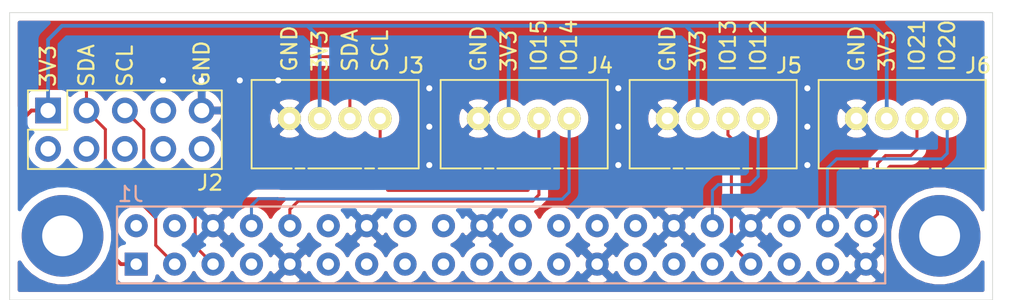
<source format=kicad_pcb>
(kicad_pcb (version 20171130) (host pcbnew "(5.1.2-1)-1")

  (general
    (thickness 1.6)
    (drawings 24)
    (tracks 96)
    (zones 0)
    (modules 8)
    (nets 40)
  )

  (page A4)
  (layers
    (0 F.Cu signal)
    (31 B.Cu signal)
    (32 B.Adhes user)
    (33 F.Adhes user)
    (34 B.Paste user)
    (35 F.Paste user)
    (36 B.SilkS user)
    (37 F.SilkS user)
    (38 B.Mask user)
    (39 F.Mask user)
    (40 Dwgs.User user)
    (41 Cmts.User user)
    (42 Eco1.User user)
    (43 Eco2.User user)
    (44 Edge.Cuts user)
    (45 Margin user)
    (46 B.CrtYd user)
    (47 F.CrtYd user)
    (48 B.Fab user)
    (49 F.Fab user)
  )

  (setup
    (last_trace_width 0.25)
    (user_trace_width 0.2)
    (trace_clearance 0.2)
    (zone_clearance 0.508)
    (zone_45_only no)
    (trace_min 0.2)
    (via_size 0.8)
    (via_drill 0.4)
    (via_min_size 0.4)
    (via_min_drill 0.3)
    (uvia_size 0.3)
    (uvia_drill 0.1)
    (uvias_allowed no)
    (uvia_min_size 0.2)
    (uvia_min_drill 0.1)
    (edge_width 0.05)
    (segment_width 0.2)
    (pcb_text_width 0.3)
    (pcb_text_size 1.5 1.5)
    (mod_edge_width 0.12)
    (mod_text_size 1 1)
    (mod_text_width 0.15)
    (pad_size 1.524 1.524)
    (pad_drill 0.762)
    (pad_to_mask_clearance 0.051)
    (solder_mask_min_width 0.25)
    (aux_axis_origin 0 0)
    (visible_elements FFFFFF7F)
    (pcbplotparams
      (layerselection 0x010fc_ffffffff)
      (usegerberextensions true)
      (usegerberattributes false)
      (usegerberadvancedattributes false)
      (creategerberjobfile false)
      (excludeedgelayer true)
      (linewidth 0.100000)
      (plotframeref false)
      (viasonmask false)
      (mode 1)
      (useauxorigin false)
      (hpglpennumber 1)
      (hpglpenspeed 20)
      (hpglpendiameter 15.000000)
      (psnegative false)
      (psa4output false)
      (plotreference true)
      (plotvalue true)
      (plotinvisibletext false)
      (padsonsilk false)
      (subtractmaskfromsilk false)
      (outputformat 1)
      (mirror false)
      (drillshape 0)
      (scaleselection 1)
      (outputdirectory "gerber/"))
  )

  (net 0 "")
  (net 1 GND)
  (net 2 +3V3)
  (net 3 /SCL)
  (net 4 /SDA)
  (net 5 "Net-(J1-Pad2)")
  (net 6 "Net-(J1-Pad4)")
  (net 7 "Net-(J1-Pad7)")
  (net 8 /IO14_TxD)
  (net 9 /IO15_RxD)
  (net 10 "Net-(J1-Pad11)")
  (net 11 "Net-(J1-Pad12)")
  (net 12 "Net-(J1-Pad13)")
  (net 13 "Net-(J1-Pad15)")
  (net 14 "Net-(J1-Pad16)")
  (net 15 "Net-(J1-Pad17)")
  (net 16 "Net-(J1-Pad18)")
  (net 17 "Net-(J1-Pad19)")
  (net 18 "Net-(J1-Pad21)")
  (net 19 "Net-(J1-Pad22)")
  (net 20 "Net-(J1-Pad23)")
  (net 21 "Net-(J1-Pad24)")
  (net 22 "Net-(J1-Pad26)")
  (net 23 "Net-(J1-Pad27)")
  (net 24 "Net-(J1-Pad28)")
  (net 25 "Net-(J1-Pad29)")
  (net 26 "Net-(J1-Pad31)")
  (net 27 "Net-(J1-Pad35)")
  (net 28 "Net-(J1-Pad36)")
  (net 29 "Net-(J1-Pad37)")
  (net 30 /IO20)
  (net 31 /IO21)
  (net 32 /IO12_PWM0)
  (net 33 /IO13_PWM1)
  (net 34 "Net-(J2-Pad10)")
  (net 35 "Net-(J2-Pad8)")
  (net 36 "Net-(J2-Pad7)")
  (net 37 "Net-(J2-Pad6)")
  (net 38 "Net-(J2-Pad4)")
  (net 39 "Net-(J2-Pad2)")

  (net_class Default "これはデフォルトのネット クラスです。"
    (clearance 0.2)
    (trace_width 0.25)
    (via_dia 0.8)
    (via_drill 0.4)
    (uvia_dia 0.3)
    (uvia_drill 0.1)
    (add_net +3V3)
    (add_net /IO12_PWM0)
    (add_net /IO13_PWM1)
    (add_net /IO14_TxD)
    (add_net /IO15_RxD)
    (add_net /IO20)
    (add_net /IO21)
    (add_net /SCL)
    (add_net /SDA)
    (add_net GND)
    (add_net "Net-(J1-Pad11)")
    (add_net "Net-(J1-Pad12)")
    (add_net "Net-(J1-Pad13)")
    (add_net "Net-(J1-Pad15)")
    (add_net "Net-(J1-Pad16)")
    (add_net "Net-(J1-Pad17)")
    (add_net "Net-(J1-Pad18)")
    (add_net "Net-(J1-Pad19)")
    (add_net "Net-(J1-Pad2)")
    (add_net "Net-(J1-Pad21)")
    (add_net "Net-(J1-Pad22)")
    (add_net "Net-(J1-Pad23)")
    (add_net "Net-(J1-Pad24)")
    (add_net "Net-(J1-Pad26)")
    (add_net "Net-(J1-Pad27)")
    (add_net "Net-(J1-Pad28)")
    (add_net "Net-(J1-Pad29)")
    (add_net "Net-(J1-Pad31)")
    (add_net "Net-(J1-Pad35)")
    (add_net "Net-(J1-Pad36)")
    (add_net "Net-(J1-Pad37)")
    (add_net "Net-(J1-Pad4)")
    (add_net "Net-(J1-Pad7)")
    (add_net "Net-(J2-Pad10)")
    (add_net "Net-(J2-Pad2)")
    (add_net "Net-(J2-Pad4)")
    (add_net "Net-(J2-Pad6)")
    (add_net "Net-(J2-Pad7)")
    (add_net "Net-(J2-Pad8)")
  )

  (net_class 0.2 ""
    (clearance 0.2)
    (trace_width 0.2)
    (via_dia 0.8)
    (via_drill 0.4)
    (uvia_dia 0.3)
    (uvia_drill 0.1)
  )

  (module NervesAddonBoard.foot:Grove_1x04 (layer F.Cu) (tedit 587F9C9D) (tstamp 5D139BB7)
    (at 51 27 90)
    (descr https://statics3.seeedstudio.com/images/opl/datasheet/3470130P1.pdf)
    (tags Grove-1x04)
    (path /5D0E8174)
    (fp_text reference J4 (at 3.5 9) (layer F.SilkS)
      (effects (font (size 1 1) (thickness 0.15)) (justify right))
    )
    (fp_text value Grove_4pin_connector (at 4.19 2.83 180) (layer F.Fab)
      (effects (font (size 1 1) (thickness 0.15)))
    )
    (fp_line (start -2.9 8.1) (end -2.9 -2.1) (layer F.Fab) (width 0.1))
    (fp_line (start 2.2 8.1) (end -2.9 8.1) (layer F.Fab) (width 0.1))
    (fp_line (start 2.2 -2.1) (end 2.2 8.1) (layer F.Fab) (width 0.1))
    (fp_line (start -2.9 -2.1) (end 2.2 -2.1) (layer F.Fab) (width 0.1))
    (fp_line (start -3.3 5.9) (end -3.3 8.55) (layer F.SilkS) (width 0.12))
    (fp_line (start -3.3 -2.5) (end -3.3 0.15) (layer F.SilkS) (width 0.12))
    (fp_line (start -3.3 8.55) (end 2.55 8.55) (layer F.SilkS) (width 0.12))
    (fp_line (start -3.3 1.25) (end -3.3 4.75) (layer F.SilkS) (width 0.12))
    (fp_line (start -3.3 -2.5) (end 2.55 -2.5) (layer F.SilkS) (width 0.12))
    (fp_line (start 2.55 -2.5) (end 2.55 8.55) (layer F.SilkS) (width 0.12))
    (fp_line (start -3.3 0.4) (end -3.3 1) (layer F.SilkS) (width 0.12))
    (fp_line (start -3.3 5) (end -3.3 5.6) (layer F.SilkS) (width 0.12))
    (fp_line (start -3.45 -2.65) (end 2.7 -2.65) (layer F.CrtYd) (width 0.05))
    (fp_line (start 2.7 8.7) (end 2.7 -2.65) (layer F.CrtYd) (width 0.05))
    (fp_line (start -3.45 8.7) (end 2.7 8.7) (layer F.CrtYd) (width 0.05))
    (fp_line (start -3.45 -2.65) (end -3.45 8.7) (layer F.CrtYd) (width 0.05))
    (pad 4 thru_hole circle (at 0 6 90) (size 1.524 1.524) (drill 0.762) (layers *.Cu *.Mask F.SilkS)
      (net 8 /IO14_TxD))
    (pad 3 thru_hole circle (at 0 4 90) (size 1.524 1.524) (drill 0.762) (layers *.Cu *.Mask F.SilkS)
      (net 9 /IO15_RxD))
    (pad 2 thru_hole circle (at 0 2 90) (size 1.524 1.524) (drill 0.762) (layers *.Cu *.Mask F.SilkS)
      (net 2 +3V3))
    (pad 1 thru_hole circle (at 0 0 90) (size 1.524 1.524) (drill 0.762) (layers *.Cu *.Mask F.SilkS)
      (net 1 GND))
    (model ${KISYS3DMOD}/Connectors.3dshapes/Grove_1x04.wrl
      (at (xyz 0 0 0))
      (scale (xyz 0.3937 0.3937 0.3937))
      (rotate (xyz 0 0 -90))
    )
  )

  (module NervesAddonBoard.foot:Grove_1x04 (layer F.Cu) (tedit 587F9C9D) (tstamp 5D139CCB)
    (at 38.5 27 90)
    (descr https://statics3.seeedstudio.com/images/opl/datasheet/3470130P1.pdf)
    (tags Grove-1x04)
    (path /5D0E7D6C)
    (fp_text reference J3 (at 3.5 9) (layer F.SilkS)
      (effects (font (size 1 1) (thickness 0.15)) (justify right))
    )
    (fp_text value Grove_4pin_connector (at 4.19 2.83 180) (layer F.Fab)
      (effects (font (size 1 1) (thickness 0.15)))
    )
    (fp_line (start -2.9 8.1) (end -2.9 -2.1) (layer F.Fab) (width 0.1))
    (fp_line (start 2.2 8.1) (end -2.9 8.1) (layer F.Fab) (width 0.1))
    (fp_line (start 2.2 -2.1) (end 2.2 8.1) (layer F.Fab) (width 0.1))
    (fp_line (start -2.9 -2.1) (end 2.2 -2.1) (layer F.Fab) (width 0.1))
    (fp_line (start -3.3 5.9) (end -3.3 8.55) (layer F.SilkS) (width 0.12))
    (fp_line (start -3.3 -2.5) (end -3.3 0.15) (layer F.SilkS) (width 0.12))
    (fp_line (start -3.3 8.55) (end 2.55 8.55) (layer F.SilkS) (width 0.12))
    (fp_line (start -3.3 1.25) (end -3.3 4.75) (layer F.SilkS) (width 0.12))
    (fp_line (start -3.3 -2.5) (end 2.55 -2.5) (layer F.SilkS) (width 0.12))
    (fp_line (start 2.55 -2.5) (end 2.55 8.55) (layer F.SilkS) (width 0.12))
    (fp_line (start -3.3 0.4) (end -3.3 1) (layer F.SilkS) (width 0.12))
    (fp_line (start -3.3 5) (end -3.3 5.6) (layer F.SilkS) (width 0.12))
    (fp_line (start -3.45 -2.65) (end 2.7 -2.65) (layer F.CrtYd) (width 0.05))
    (fp_line (start 2.7 8.7) (end 2.7 -2.65) (layer F.CrtYd) (width 0.05))
    (fp_line (start -3.45 8.7) (end 2.7 8.7) (layer F.CrtYd) (width 0.05))
    (fp_line (start -3.45 -2.65) (end -3.45 8.7) (layer F.CrtYd) (width 0.05))
    (pad 4 thru_hole circle (at 0 6 90) (size 1.524 1.524) (drill 0.762) (layers *.Cu *.Mask F.SilkS)
      (net 3 /SCL))
    (pad 3 thru_hole circle (at 0 4 90) (size 1.524 1.524) (drill 0.762) (layers *.Cu *.Mask F.SilkS)
      (net 4 /SDA))
    (pad 2 thru_hole circle (at 0 2 90) (size 1.524 1.524) (drill 0.762) (layers *.Cu *.Mask F.SilkS)
      (net 2 +3V3))
    (pad 1 thru_hole circle (at 0 0 90) (size 1.524 1.524) (drill 0.762) (layers *.Cu *.Mask F.SilkS)
      (net 1 GND))
    (model ${KISYS3DMOD}/Connectors.3dshapes/Grove_1x04.wrl
      (at (xyz 0 0 0))
      (scale (xyz 0.3937 0.3937 0.3937))
      (rotate (xyz 0 0 -90))
    )
  )

  (module Mounting_Holes:MountingHole_2.7mm_M2.5_Pad (layer F.Cu) (tedit 56D1B4CB) (tstamp 5D139C61)
    (at 81.5 34.76)
    (descr "Mounting Hole 2.7mm, M2.5")
    (tags "mounting hole 2.7mm m2.5")
    (attr virtual)
    (fp_text reference REF** (at 0 -3.7) (layer F.SilkS) hide
      (effects (font (size 1 1) (thickness 0.15)))
    )
    (fp_text value MountingHole_2.7mm_M2.5_Pad (at 0 3.7) (layer F.Fab) hide
      (effects (font (size 1 1) (thickness 0.15)))
    )
    (fp_text user %R (at 0.3 0) (layer F.Fab) hide
      (effects (font (size 1 1) (thickness 0.15)))
    )
    (fp_circle (center 0 0) (end 2.7 0) (layer Cmts.User) (width 0.15))
    (fp_circle (center 0 0) (end 2.95 0) (layer F.CrtYd) (width 0.05))
    (pad 1 thru_hole circle (at 0 0) (size 5.4 5.4) (drill 2.7) (layers *.Cu *.Mask))
  )

  (module Mounting_Holes:MountingHole_2.7mm_M2.5_Pad (layer F.Cu) (tedit 56D1B4CB) (tstamp 5D139C4C)
    (at 23.5 34.76)
    (descr "Mounting Hole 2.7mm, M2.5")
    (tags "mounting hole 2.7mm m2.5")
    (attr virtual)
    (fp_text reference REF** (at 0 -3.7) (layer F.SilkS) hide
      (effects (font (size 1 1) (thickness 0.15)))
    )
    (fp_text value MountingHole_2.7mm_M2.5_Pad (at 0 3.7) (layer F.Fab) hide
      (effects (font (size 1 1) (thickness 0.15)))
    )
    (fp_text user %R (at 0.3 0) (layer F.Fab) hide
      (effects (font (size 1 1) (thickness 0.15)))
    )
    (fp_circle (center 0 0) (end 2.7 0) (layer Cmts.User) (width 0.15))
    (fp_circle (center 0 0) (end 2.95 0) (layer F.CrtYd) (width 0.05))
    (pad 1 thru_hole circle (at 0 0) (size 5.4 5.4) (drill 2.7) (layers *.Cu *.Mask))
  )

  (module NervesAddonBoard.foot:RPi2x20THL (layer F.Cu) (tedit 5D0E0ED1) (tstamp 5D139D2B)
    (at 28.37 36.63)
    (path /5D0E27C1)
    (fp_text reference J1 (at -0.37 -4.63) (layer B.SilkS)
      (effects (font (size 1 1) (thickness 0.15)) (justify mirror))
    )
    (fp_text value Conn_02x20_Odd_Even (at 3.81 -5.08) (layer F.Fab)
      (effects (font (size 1 1) (thickness 0.15)))
    )
    (fp_line (start -1.27 1.27) (end -1.27 -3.81) (layer B.SilkS) (width 0.15))
    (fp_line (start -1.27 -3.81) (end 49.53 -3.81) (layer B.SilkS) (width 0.15))
    (fp_line (start 49.53 -3.81) (end 49.53 1.27) (layer B.SilkS) (width 0.15))
    (fp_line (start 49.53 1.27) (end -1.27 1.27) (layer B.SilkS) (width 0.15))
    (pad 1 thru_hole rect (at 0 0) (size 1.524 1.524) (drill 0.762) (layers *.Cu *.Mask)
      (net 2 +3V3))
    (pad 2 thru_hole circle (at 0 -2.54) (size 1.524 1.524) (drill 0.762) (layers *.Cu *.Mask)
      (net 5 "Net-(J1-Pad2)"))
    (pad 3 thru_hole circle (at 2.54 0) (size 1.524 1.524) (drill 0.762) (layers *.Cu *.Mask)
      (net 4 /SDA))
    (pad 4 thru_hole circle (at 2.54 -2.54) (size 1.524 1.524) (drill 0.762) (layers *.Cu *.Mask)
      (net 6 "Net-(J1-Pad4)"))
    (pad 5 thru_hole circle (at 5.08 0) (size 1.524 1.524) (drill 0.762) (layers *.Cu *.Mask)
      (net 3 /SCL))
    (pad 6 thru_hole circle (at 5.08 -2.54) (size 1.524 1.524) (drill 0.762) (layers *.Cu *.Mask)
      (net 1 GND))
    (pad 7 thru_hole circle (at 7.62 0) (size 1.524 1.524) (drill 0.762) (layers *.Cu *.Mask)
      (net 7 "Net-(J1-Pad7)"))
    (pad 8 thru_hole circle (at 7.62 -2.54) (size 1.524 1.524) (drill 0.762) (layers *.Cu *.Mask)
      (net 8 /IO14_TxD))
    (pad 9 thru_hole circle (at 10.16 0) (size 1.524 1.524) (drill 0.762) (layers *.Cu *.Mask)
      (net 1 GND))
    (pad 10 thru_hole circle (at 10.16 -2.54) (size 1.524 1.524) (drill 0.762) (layers *.Cu *.Mask)
      (net 9 /IO15_RxD))
    (pad 11 thru_hole circle (at 12.7 0) (size 1.524 1.524) (drill 0.762) (layers *.Cu *.Mask)
      (net 10 "Net-(J1-Pad11)"))
    (pad 12 thru_hole circle (at 12.7 -2.54) (size 1.524 1.524) (drill 0.762) (layers *.Cu *.Mask)
      (net 11 "Net-(J1-Pad12)"))
    (pad 13 thru_hole circle (at 15.24 0) (size 1.524 1.524) (drill 0.762) (layers *.Cu *.Mask)
      (net 12 "Net-(J1-Pad13)"))
    (pad 14 thru_hole circle (at 15.24 -2.54) (size 1.524 1.524) (drill 0.762) (layers *.Cu *.Mask)
      (net 1 GND))
    (pad 15 thru_hole circle (at 17.78 0) (size 1.524 1.524) (drill 0.762) (layers *.Cu *.Mask)
      (net 13 "Net-(J1-Pad15)"))
    (pad 16 thru_hole circle (at 17.78 -2.54) (size 1.524 1.524) (drill 0.762) (layers *.Cu *.Mask)
      (net 14 "Net-(J1-Pad16)"))
    (pad 17 thru_hole circle (at 20.32 0) (size 1.524 1.524) (drill 0.762) (layers *.Cu *.Mask)
      (net 15 "Net-(J1-Pad17)"))
    (pad 18 thru_hole circle (at 20.32 -2.54) (size 1.524 1.524) (drill 0.762) (layers *.Cu *.Mask)
      (net 16 "Net-(J1-Pad18)"))
    (pad 19 thru_hole circle (at 22.86 0) (size 1.524 1.524) (drill 0.762) (layers *.Cu *.Mask)
      (net 17 "Net-(J1-Pad19)"))
    (pad 20 thru_hole circle (at 22.86 -2.54) (size 1.524 1.524) (drill 0.762) (layers *.Cu *.Mask)
      (net 1 GND))
    (pad 21 thru_hole circle (at 25.4 0) (size 1.524 1.524) (drill 0.762) (layers *.Cu *.Mask)
      (net 18 "Net-(J1-Pad21)"))
    (pad 22 thru_hole circle (at 25.4 -2.54) (size 1.524 1.524) (drill 0.762) (layers *.Cu *.Mask)
      (net 19 "Net-(J1-Pad22)"))
    (pad 23 thru_hole circle (at 27.94 0) (size 1.524 1.524) (drill 0.762) (layers *.Cu *.Mask)
      (net 20 "Net-(J1-Pad23)"))
    (pad 24 thru_hole circle (at 27.94 -2.54) (size 1.524 1.524) (drill 0.762) (layers *.Cu *.Mask)
      (net 21 "Net-(J1-Pad24)"))
    (pad 25 thru_hole circle (at 30.48 0) (size 1.524 1.524) (drill 0.762) (layers *.Cu *.Mask)
      (net 1 GND))
    (pad 26 thru_hole circle (at 30.48 -2.54) (size 1.524 1.524) (drill 0.762) (layers *.Cu *.Mask)
      (net 22 "Net-(J1-Pad26)"))
    (pad 27 thru_hole circle (at 33.02 0) (size 1.524 1.524) (drill 0.762) (layers *.Cu *.Mask)
      (net 23 "Net-(J1-Pad27)"))
    (pad 28 thru_hole circle (at 33.02 -2.54) (size 1.524 1.524) (drill 0.762) (layers *.Cu *.Mask)
      (net 24 "Net-(J1-Pad28)"))
    (pad 29 thru_hole circle (at 35.56 0) (size 1.524 1.524) (drill 0.762) (layers *.Cu *.Mask)
      (net 25 "Net-(J1-Pad29)"))
    (pad 30 thru_hole circle (at 35.56 -2.54) (size 1.524 1.524) (drill 0.762) (layers *.Cu *.Mask)
      (net 1 GND))
    (pad 31 thru_hole circle (at 38.1 0) (size 1.524 1.524) (drill 0.762) (layers *.Cu *.Mask)
      (net 26 "Net-(J1-Pad31)"))
    (pad 32 thru_hole circle (at 38.1 -2.54) (size 1.524 1.524) (drill 0.762) (layers *.Cu *.Mask)
      (net 32 /IO12_PWM0))
    (pad 33 thru_hole circle (at 40.64 0) (size 1.524 1.524) (drill 0.762) (layers *.Cu *.Mask)
      (net 33 /IO13_PWM1))
    (pad 34 thru_hole circle (at 40.64 -2.54) (size 1.524 1.524) (drill 0.762) (layers *.Cu *.Mask)
      (net 1 GND))
    (pad 35 thru_hole circle (at 43.18 0) (size 1.524 1.524) (drill 0.762) (layers *.Cu *.Mask)
      (net 27 "Net-(J1-Pad35)"))
    (pad 36 thru_hole circle (at 43.18 -2.54) (size 1.524 1.524) (drill 0.762) (layers *.Cu *.Mask)
      (net 28 "Net-(J1-Pad36)"))
    (pad 37 thru_hole circle (at 45.72 0) (size 1.524 1.524) (drill 0.762) (layers *.Cu *.Mask)
      (net 29 "Net-(J1-Pad37)"))
    (pad 38 thru_hole circle (at 45.72 -2.54) (size 1.524 1.524) (drill 0.762) (layers *.Cu *.Mask)
      (net 30 /IO20))
    (pad 39 thru_hole circle (at 48.26 0) (size 1.524 1.524) (drill 0.762) (layers *.Cu *.Mask)
      (net 1 GND))
    (pad 40 thru_hole circle (at 48.26 -2.54) (size 1.524 1.524) (drill 0.762) (layers *.Cu *.Mask)
      (net 31 /IO21))
  )

  (module NervesAddonBoard.foot:Grove_1x04 (layer F.Cu) (tedit 587F9C9D) (tstamp 5D139C86)
    (at 63.5 27 90)
    (descr https://statics3.seeedstudio.com/images/opl/datasheet/3470130P1.pdf)
    (tags Grove-1x04)
    (path /5D138120)
    (fp_text reference J5 (at 3.5 9 180) (layer F.SilkS)
      (effects (font (size 1 1) (thickness 0.15)) (justify right))
    )
    (fp_text value Grove_4pin_connector (at 4.19 2.83) (layer F.Fab)
      (effects (font (size 1 1) (thickness 0.15)))
    )
    (fp_line (start -3.45 -2.65) (end -3.45 8.7) (layer F.CrtYd) (width 0.05))
    (fp_line (start -3.45 8.7) (end 2.7 8.7) (layer F.CrtYd) (width 0.05))
    (fp_line (start 2.7 8.7) (end 2.7 -2.65) (layer F.CrtYd) (width 0.05))
    (fp_line (start -3.45 -2.65) (end 2.7 -2.65) (layer F.CrtYd) (width 0.05))
    (fp_line (start -3.3 5) (end -3.3 5.6) (layer F.SilkS) (width 0.12))
    (fp_line (start -3.3 0.4) (end -3.3 1) (layer F.SilkS) (width 0.12))
    (fp_line (start 2.55 -2.5) (end 2.55 8.55) (layer F.SilkS) (width 0.12))
    (fp_line (start -3.3 -2.5) (end 2.55 -2.5) (layer F.SilkS) (width 0.12))
    (fp_line (start -3.3 1.25) (end -3.3 4.75) (layer F.SilkS) (width 0.12))
    (fp_line (start -3.3 8.55) (end 2.55 8.55) (layer F.SilkS) (width 0.12))
    (fp_line (start -3.3 -2.5) (end -3.3 0.15) (layer F.SilkS) (width 0.12))
    (fp_line (start -3.3 5.9) (end -3.3 8.55) (layer F.SilkS) (width 0.12))
    (fp_line (start -2.9 -2.1) (end 2.2 -2.1) (layer F.Fab) (width 0.1))
    (fp_line (start 2.2 -2.1) (end 2.2 8.1) (layer F.Fab) (width 0.1))
    (fp_line (start 2.2 8.1) (end -2.9 8.1) (layer F.Fab) (width 0.1))
    (fp_line (start -2.9 8.1) (end -2.9 -2.1) (layer F.Fab) (width 0.1))
    (pad 1 thru_hole circle (at 0 0 90) (size 1.524 1.524) (drill 0.762) (layers *.Cu *.Mask F.SilkS)
      (net 1 GND))
    (pad 2 thru_hole circle (at 0 2 90) (size 1.524 1.524) (drill 0.762) (layers *.Cu *.Mask F.SilkS)
      (net 2 +3V3))
    (pad 3 thru_hole circle (at 0 4 90) (size 1.524 1.524) (drill 0.762) (layers *.Cu *.Mask F.SilkS)
      (net 33 /IO13_PWM1))
    (pad 4 thru_hole circle (at 0 6 90) (size 1.524 1.524) (drill 0.762) (layers *.Cu *.Mask F.SilkS)
      (net 32 /IO12_PWM0))
    (model ${KISYS3DMOD}/Connectors.3dshapes/Grove_1x04.wrl
      (at (xyz 0 0 0))
      (scale (xyz 0.3937 0.3937 0.3937))
      (rotate (xyz 0 0 -90))
    )
  )

  (module NervesAddonBoard.foot:Socket_Strip_Straight_2x05_Pitch2.54mm (layer F.Cu) (tedit 58CD5448) (tstamp 5D139C06)
    (at 22.54 26.47 90)
    (descr "Through hole straight socket strip, 2x05, 2.54mm pitch, double rows")
    (tags "Through hole socket strip THT 2x05 2.54mm double row")
    (path /5D1435DB)
    (fp_text reference J2 (at -4.78 10.71 180) (layer F.SilkS)
      (effects (font (size 1 1) (thickness 0.15)))
    )
    (fp_text value Conn_02x05_Odd_Even (at -1.27 12.49 90) (layer F.Fab)
      (effects (font (size 1 1) (thickness 0.15)))
    )
    (fp_text user %R (at -1.27 -2.33 90) (layer F.Fab)
      (effects (font (size 1 1) (thickness 0.15)))
    )
    (fp_line (start 1.8 -1.8) (end -4.35 -1.8) (layer F.CrtYd) (width 0.05))
    (fp_line (start 1.8 11.95) (end 1.8 -1.8) (layer F.CrtYd) (width 0.05))
    (fp_line (start -4.35 11.95) (end 1.8 11.95) (layer F.CrtYd) (width 0.05))
    (fp_line (start -4.35 -1.8) (end -4.35 11.95) (layer F.CrtYd) (width 0.05))
    (fp_line (start 1.33 -1.33) (end 0.06 -1.33) (layer F.SilkS) (width 0.12))
    (fp_line (start 1.33 0) (end 1.33 -1.33) (layer F.SilkS) (width 0.12))
    (fp_line (start -1.27 1.27) (end 1.33 1.27) (layer F.SilkS) (width 0.12))
    (fp_line (start -1.27 -1.33) (end -1.27 1.27) (layer F.SilkS) (width 0.12))
    (fp_line (start -3.87 -1.33) (end -1.27 -1.33) (layer F.SilkS) (width 0.12))
    (fp_line (start -3.87 11.49) (end -3.87 -1.33) (layer F.SilkS) (width 0.12))
    (fp_line (start 1.33 11.49) (end -3.87 11.49) (layer F.SilkS) (width 0.12))
    (fp_line (start 1.33 1.27) (end 1.33 11.49) (layer F.SilkS) (width 0.12))
    (fp_line (start 1.27 -1.27) (end -3.81 -1.27) (layer F.Fab) (width 0.1))
    (fp_line (start 1.27 11.43) (end 1.27 -1.27) (layer F.Fab) (width 0.1))
    (fp_line (start -3.81 11.43) (end 1.27 11.43) (layer F.Fab) (width 0.1))
    (fp_line (start -3.81 -1.27) (end -3.81 11.43) (layer F.Fab) (width 0.1))
    (pad 10 thru_hole oval (at -2.54 10.16 90) (size 1.7 1.7) (drill 1) (layers *.Cu *.Mask)
      (net 34 "Net-(J2-Pad10)"))
    (pad 9 thru_hole oval (at 0 10.16 90) (size 1.7 1.7) (drill 1) (layers *.Cu *.Mask)
      (net 1 GND))
    (pad 8 thru_hole oval (at -2.54 7.62 90) (size 1.7 1.7) (drill 1) (layers *.Cu *.Mask)
      (net 35 "Net-(J2-Pad8)"))
    (pad 7 thru_hole oval (at 0 7.62 90) (size 1.7 1.7) (drill 1) (layers *.Cu *.Mask)
      (net 36 "Net-(J2-Pad7)"))
    (pad 6 thru_hole oval (at -2.54 5.08 90) (size 1.7 1.7) (drill 1) (layers *.Cu *.Mask)
      (net 37 "Net-(J2-Pad6)"))
    (pad 5 thru_hole oval (at 0 5.08 90) (size 1.7 1.7) (drill 1) (layers *.Cu *.Mask)
      (net 3 /SCL))
    (pad 4 thru_hole oval (at -2.54 2.54 90) (size 1.7 1.7) (drill 1) (layers *.Cu *.Mask)
      (net 38 "Net-(J2-Pad4)"))
    (pad 3 thru_hole oval (at 0 2.54 90) (size 1.7 1.7) (drill 1) (layers *.Cu *.Mask)
      (net 4 /SDA))
    (pad 2 thru_hole oval (at -2.54 0 90) (size 1.7 1.7) (drill 1) (layers *.Cu *.Mask)
      (net 39 "Net-(J2-Pad2)"))
    (pad 1 thru_hole rect (at 0 0 90) (size 1.7 1.7) (drill 1) (layers *.Cu *.Mask)
      (net 2 +3V3))
    (model ${KISYS3DMOD}/Socket_Strips.3dshapes/Socket_Strip_Straight_2x05_Pitch2.54mm.wrl
      (offset (xyz -1.269999980926514 -5.079999923706055 0))
      (scale (xyz 1 1 1))
      (rotate (xyz 0 0 270))
    )
  )

  (module NervesAddonBoard.foot:Grove_1x04 (layer F.Cu) (tedit 587F9C9D) (tstamp 5D139B72)
    (at 76 27 90)
    (descr https://statics3.seeedstudio.com/images/opl/datasheet/3470130P1.pdf)
    (tags Grove-1x04)
    (path /5D0E8FA6)
    (fp_text reference J6 (at 3.5 9) (layer F.SilkS)
      (effects (font (size 1 1) (thickness 0.15)) (justify right))
    )
    (fp_text value Grove_4pin_connector (at 4.19 2.83 180) (layer F.Fab)
      (effects (font (size 1 1) (thickness 0.15)))
    )
    (fp_line (start -3.45 -2.65) (end -3.45 8.7) (layer F.CrtYd) (width 0.05))
    (fp_line (start -3.45 8.7) (end 2.7 8.7) (layer F.CrtYd) (width 0.05))
    (fp_line (start 2.7 8.7) (end 2.7 -2.65) (layer F.CrtYd) (width 0.05))
    (fp_line (start -3.45 -2.65) (end 2.7 -2.65) (layer F.CrtYd) (width 0.05))
    (fp_line (start -3.3 5) (end -3.3 5.6) (layer F.SilkS) (width 0.12))
    (fp_line (start -3.3 0.4) (end -3.3 1) (layer F.SilkS) (width 0.12))
    (fp_line (start 2.55 -2.5) (end 2.55 8.55) (layer F.SilkS) (width 0.12))
    (fp_line (start -3.3 -2.5) (end 2.55 -2.5) (layer F.SilkS) (width 0.12))
    (fp_line (start -3.3 1.25) (end -3.3 4.75) (layer F.SilkS) (width 0.12))
    (fp_line (start -3.3 8.55) (end 2.55 8.55) (layer F.SilkS) (width 0.12))
    (fp_line (start -3.3 -2.5) (end -3.3 0.15) (layer F.SilkS) (width 0.12))
    (fp_line (start -3.3 5.9) (end -3.3 8.55) (layer F.SilkS) (width 0.12))
    (fp_line (start -2.9 -2.1) (end 2.2 -2.1) (layer F.Fab) (width 0.1))
    (fp_line (start 2.2 -2.1) (end 2.2 8.1) (layer F.Fab) (width 0.1))
    (fp_line (start 2.2 8.1) (end -2.9 8.1) (layer F.Fab) (width 0.1))
    (fp_line (start -2.9 8.1) (end -2.9 -2.1) (layer F.Fab) (width 0.1))
    (pad 1 thru_hole circle (at 0 0 90) (size 1.524 1.524) (drill 0.762) (layers *.Cu *.Mask F.SilkS)
      (net 1 GND))
    (pad 2 thru_hole circle (at 0 2 90) (size 1.524 1.524) (drill 0.762) (layers *.Cu *.Mask F.SilkS)
      (net 2 +3V3))
    (pad 3 thru_hole circle (at 0 4 90) (size 1.524 1.524) (drill 0.762) (layers *.Cu *.Mask F.SilkS)
      (net 31 /IO21))
    (pad 4 thru_hole circle (at 0 6 90) (size 1.524 1.524) (drill 0.762) (layers *.Cu *.Mask F.SilkS)
      (net 30 /IO20))
    (model ${KISYS3DMOD}/Connectors.3dshapes/Grove_1x04.wrl
      (at (xyz 0 0 0))
      (scale (xyz 0.3937 0.3937 0.3937))
      (rotate (xyz 0 0 -90))
    )
  )

  (gr_text GND (at 32.7 25 90) (layer F.SilkS) (tstamp 5D149428)
    (effects (font (size 1 1) (thickness 0.15)) (justify left))
  )
  (gr_text GND (at 76 24 90) (layer F.SilkS) (tstamp 5D139EAD)
    (effects (font (size 1 1) (thickness 0.15)) (justify left))
  )
  (gr_text IO12 (at 69.5 24 90) (layer F.SilkS) (tstamp 5D139EAA)
    (effects (font (size 1 1) (thickness 0.15)) (justify left))
  )
  (gr_text GND (at 63.5 24 90) (layer F.SilkS) (tstamp 5D139ED7)
    (effects (font (size 1 1) (thickness 0.15)) (justify left))
  )
  (gr_text IO21 (at 80 24 90) (layer F.SilkS) (tstamp 5D139EA4)
    (effects (font (size 1 1) (thickness 0.15)) (justify left))
  )
  (gr_text IO20 (at 82 24 90) (layer F.SilkS) (tstamp 5D139EBF)
    (effects (font (size 1 1) (thickness 0.15)) (justify left))
  )
  (gr_text IO13 (at 67.5 24 90) (layer F.SilkS) (tstamp 5D139EA7)
    (effects (font (size 1 1) (thickness 0.15)) (justify left))
  )
  (gr_text IO15 (at 55 24 90) (layer F.SilkS) (tstamp 5D139EBC)
    (effects (font (size 1 1) (thickness 0.15)) (justify left))
  )
  (gr_text IO14 (at 57 24 90) (layer F.SilkS) (tstamp 5D139EB0)
    (effects (font (size 1 1) (thickness 0.15)) (justify left))
  )
  (gr_text SCL (at 44.5 24 90) (layer F.SilkS) (tstamp 5D139EC2)
    (effects (font (size 1 1) (thickness 0.15)) (justify left))
  )
  (gr_text SDA (at 42.5 24 90) (layer F.SilkS) (tstamp 5D139EC5)
    (effects (font (size 1 1) (thickness 0.15)) (justify left))
  )
  (gr_text GND (at 51 24 90) (layer F.SilkS) (tstamp 5D139EB6)
    (effects (font (size 1 1) (thickness 0.15)) (justify left))
  )
  (gr_text GND (at 38.5 24 90) (layer F.SilkS) (tstamp 5D139EB3)
    (effects (font (size 1 1) (thickness 0.15)) (justify left))
  )
  (gr_text 3V3 (at 78 24 90) (layer F.SilkS) (tstamp 5D139EB9)
    (effects (font (size 1 1) (thickness 0.15)) (justify left))
  )
  (gr_text 3V3 (at 65.5 24 90) (layer F.SilkS) (tstamp 5D139ECB)
    (effects (font (size 1 1) (thickness 0.15)) (justify left))
  )
  (gr_text 3V3 (at 53 24 90) (layer F.SilkS) (tstamp 5D139ECE)
    (effects (font (size 1 1) (thickness 0.15)) (justify left))
  )
  (gr_text 3V3 (at 40.5 24 90) (layer F.SilkS) (tstamp 5D139ED1)
    (effects (font (size 1 1) (thickness 0.15)) (justify left))
  )
  (gr_text SCL (at 27.62 25 90) (layer F.SilkS) (tstamp 5D139EDD)
    (effects (font (size 1 1) (thickness 0.15)) (justify left))
  )
  (gr_text SDA (at 25.08 25 90) (layer F.SilkS) (tstamp 5D139EC8)
    (effects (font (size 1 1) (thickness 0.15)) (justify left))
  )
  (gr_text 3V3 (at 22.54 25 90) (layer F.SilkS) (tstamp 5D139EDA)
    (effects (font (size 1 1) (thickness 0.15)) (justify left))
  )
  (gr_line (start 85 20) (end 20 20) (layer Edge.Cuts) (width 0.05) (tstamp 5D139BE6))
  (gr_line (start 85 39) (end 85 20) (layer Edge.Cuts) (width 0.05) (tstamp 5D139CFA))
  (gr_line (start 20 39) (end 85 39) (layer Edge.Cuts) (width 0.05) (tstamp 5D139B59))
  (gr_line (start 20 20) (end 20 39) (layer Edge.Cuts) (width 0.05) (tstamp 5D139B56))

  (via (at 30.14 24.48) (size 0.8) (drill 0.4) (layers F.Cu B.Cu) (net 1))
  (via (at 32.68 24.48) (size 0.8) (drill 0.4) (layers F.Cu B.Cu) (net 1) (tstamp 5D14102C))
  (via (at 35.22 24.48) (size 0.8) (drill 0.4) (layers F.Cu B.Cu) (net 1) (tstamp 5D14102E))
  (via (at 37.76 24.48) (size 0.8) (drill 0.4) (layers F.Cu B.Cu) (net 1) (tstamp 5D141030))
  (via (at 47.75 25) (size 0.8) (drill 0.4) (layers F.Cu B.Cu) (net 1))
  (via (at 47.75 27.54) (size 0.8) (drill 0.4) (layers F.Cu B.Cu) (net 1) (tstamp 5D141072))
  (via (at 47.75 30.08) (size 0.8) (drill 0.4) (layers F.Cu B.Cu) (net 1) (tstamp 5D141074))
  (via (at 60.25 25) (size 0.8) (drill 0.4) (layers F.Cu B.Cu) (net 1))
  (via (at 60.25 27.54) (size 0.8) (drill 0.4) (layers F.Cu B.Cu) (net 1) (tstamp 5D14109F))
  (via (at 60.25 30.08) (size 0.8) (drill 0.4) (layers F.Cu B.Cu) (net 1) (tstamp 5D1410A1))
  (via (at 72.75 25) (size 0.8) (drill 0.4) (layers F.Cu B.Cu) (net 1))
  (via (at 72.75 27.54) (size 0.8) (drill 0.4) (layers F.Cu B.Cu) (net 1) (tstamp 5D141128))
  (via (at 72.75 30.08) (size 0.8) (drill 0.4) (layers F.Cu B.Cu) (net 1) (tstamp 5D14112A))
  (segment (start 22.54 26.47) (end 21.49 26.47) (width 0.2) (layer F.Cu) (net 2) (tstamp 5D139E17))
  (segment (start 21.44 26.47) (end 20.8 27.11) (width 0.25) (layer F.Cu) (net 2) (tstamp 5D139E7A))
  (segment (start 22.54 26.47) (end 21.44 26.47) (width 0.25) (layer F.Cu) (net 2) (tstamp 5D139E7D))
  (segment (start 20.8 27.11) (end 20.8 30.5) (width 0.25) (layer F.Cu) (net 2) (tstamp 5D139E35))
  (segment (start 20.8 30.5) (end 21.4 31.1) (width 0.25) (layer F.Cu) (net 2) (tstamp 5D139E77))
  (segment (start 21.4 31.1) (end 25.8 31.1) (width 0.25) (layer F.Cu) (net 2) (tstamp 5D139E3E))
  (segment (start 25.8 31.1) (end 27 32.3) (width 0.25) (layer F.Cu) (net 2) (tstamp 5D139E80))
  (segment (start 27.358 36.63) (end 28.37 36.63) (width 0.25) (layer F.Cu) (net 2) (tstamp 5D139E32))
  (segment (start 27 36.272) (end 27.358 36.63) (width 0.25) (layer F.Cu) (net 2) (tstamp 5D139E3B))
  (segment (start 27 32.3) (end 27 36.272) (width 0.25) (layer F.Cu) (net 2) (tstamp 5D139E38))
  (segment (start 22.54 26.47) (end 22.54 21.79) (width 0.25) (layer B.Cu) (net 2))
  (segment (start 22.54 21.79) (end 23.46 20.87) (width 0.25) (layer B.Cu) (net 2))
  (segment (start 23.46 20.87) (end 39.7 20.87) (width 0.25) (layer B.Cu) (net 2))
  (segment (start 40.5 21.67) (end 40.5 27) (width 0.25) (layer B.Cu) (net 2))
  (segment (start 39.7 20.87) (end 40.5 21.67) (width 0.25) (layer B.Cu) (net 2))
  (segment (start 39.7 20.87) (end 52.11 20.87) (width 0.25) (layer B.Cu) (net 2))
  (segment (start 52.11 20.87) (end 53.01 21.77) (width 0.25) (layer B.Cu) (net 2))
  (segment (start 53 21.78) (end 53 27) (width 0.25) (layer B.Cu) (net 2))
  (segment (start 53.01 21.77) (end 53 21.78) (width 0.25) (layer B.Cu) (net 2))
  (segment (start 52.11 20.87) (end 64.71 20.87) (width 0.25) (layer B.Cu) (net 2))
  (segment (start 64.71 20.87) (end 65.5 21.66) (width 0.25) (layer B.Cu) (net 2))
  (segment (start 65.5 21.66) (end 65.5 27) (width 0.25) (layer B.Cu) (net 2))
  (segment (start 78 21.72) (end 78 27) (width 0.25) (layer B.Cu) (net 2))
  (segment (start 64.71 20.87) (end 77.15 20.87) (width 0.25) (layer B.Cu) (net 2))
  (segment (start 77.15 20.87) (end 78 21.72) (width 0.25) (layer B.Cu) (net 2))
  (segment (start 27.62 26.47) (end 28.87 27.72) (width 0.2) (layer F.Cu) (net 3) (tstamp 5D139E29))
  (segment (start 28.87 27.72) (end 28.87 30.06) (width 0.2) (layer F.Cu) (net 3) (tstamp 5D139DA5))
  (segment (start 28.87 30.06) (end 32.27 33.46) (width 0.2) (layer F.Cu) (net 3) (tstamp 5D139E6E))
  (segment (start 32.27 35.45) (end 33.45 36.63) (width 0.2) (layer F.Cu) (net 3) (tstamp 5D139DA8))
  (segment (start 32.27 33.46) (end 32.27 35.45) (width 0.2) (layer F.Cu) (net 3) (tstamp 5D139DA2))
  (segment (start 32.27 33.46) (end 32.27 32.23) (width 0.2) (layer F.Cu) (net 3))
  (segment (start 32.27 32.23) (end 32.9 31.6) (width 0.2) (layer F.Cu) (net 3))
  (segment (start 32.9 31.6) (end 44.1 31.6) (width 0.2) (layer F.Cu) (net 3))
  (segment (start 44.5 31.2) (end 44.5 27) (width 0.2) (layer F.Cu) (net 3))
  (segment (start 44.1 31.6) (end 44.5 31.2) (width 0.2) (layer F.Cu) (net 3))
  (segment (start 25.08 26.47) (end 26.33 27.72) (width 0.2) (layer F.Cu) (net 4) (tstamp 5D139DC0))
  (segment (start 26.33 27.72) (end 26.33 30.31) (width 0.2) (layer F.Cu) (net 4) (tstamp 5D139DBA))
  (segment (start 26.33 30.31) (end 28.13 32.11) (width 0.2) (layer F.Cu) (net 4) (tstamp 5D139D96))
  (segment (start 28.19 32.11) (end 29.66 33.58) (width 0.2) (layer F.Cu) (net 4) (tstamp 5D139D90))
  (segment (start 28.13 32.11) (end 28.19 32.11) (width 0.2) (layer F.Cu) (net 4) (tstamp 5D139D9C))
  (segment (start 29.66 35.38) (end 30.91 36.63) (width 0.2) (layer F.Cu) (net 4) (tstamp 5D139D99))
  (segment (start 29.66 33.58) (end 29.66 35.38) (width 0.2) (layer F.Cu) (net 4) (tstamp 5D139D93))
  (segment (start 25.08 25.267919) (end 25.07 25.257919) (width 0.2) (layer F.Cu) (net 4))
  (segment (start 25.08 26.47) (end 25.08 25.267919) (width 0.2) (layer F.Cu) (net 4))
  (segment (start 25.07 25.257919) (end 25.07 23.76) (width 0.2) (layer F.Cu) (net 4))
  (segment (start 25.07 23.76) (end 25.92 22.91) (width 0.2) (layer F.Cu) (net 4))
  (segment (start 25.92 22.91) (end 41.95 22.91) (width 0.2) (layer F.Cu) (net 4))
  (segment (start 42.5 23.46) (end 42.5 27) (width 0.2) (layer F.Cu) (net 4))
  (segment (start 41.95 22.91) (end 42.5 23.46) (width 0.2) (layer F.Cu) (net 4))
  (segment (start 57 27) (end 57 31.87) (width 0.2) (layer B.Cu) (net 8))
  (segment (start 57 31.87) (end 56.54 32.33) (width 0.2) (layer B.Cu) (net 8))
  (segment (start 37.75 32.33) (end 37.72 32.3) (width 0.2) (layer B.Cu) (net 8))
  (segment (start 56.54 32.33) (end 37.75 32.33) (width 0.2) (layer B.Cu) (net 8))
  (segment (start 37.72 32.3) (end 36.45 32.3) (width 0.2) (layer B.Cu) (net 8))
  (segment (start 35.99 32.76) (end 35.99 34.09) (width 0.2) (layer B.Cu) (net 8))
  (segment (start 36.45 32.3) (end 35.99 32.76) (width 0.2) (layer B.Cu) (net 8))
  (segment (start 38.53 33.01237) (end 39.08237 32.46) (width 0.2) (layer F.Cu) (net 9))
  (segment (start 38.53 34.09) (end 38.53 33.01237) (width 0.2) (layer F.Cu) (net 9))
  (segment (start 39.08237 32.46) (end 54.58 32.46) (width 0.2) (layer F.Cu) (net 9))
  (segment (start 55 32.04) (end 55 27) (width 0.2) (layer F.Cu) (net 9))
  (segment (start 54.58 32.46) (end 55 32.04) (width 0.2) (layer F.Cu) (net 9))
  (segment (start 74.09 33.01237) (end 74.08 33.00237) (width 0.2) (layer B.Cu) (net 30))
  (segment (start 74.09 34.09) (end 74.09 33.01237) (width 0.2) (layer B.Cu) (net 30))
  (segment (start 74.08 33.00237) (end 74.08 30.28) (width 0.2) (layer B.Cu) (net 30))
  (segment (start 74.08 30.28) (end 74.69 29.67) (width 0.2) (layer B.Cu) (net 30))
  (segment (start 74.69 29.67) (end 81.63 29.67) (width 0.2) (layer B.Cu) (net 30))
  (segment (start 82 29.3) (end 82 27) (width 0.2) (layer B.Cu) (net 30))
  (segment (start 81.63 29.67) (end 82 29.3) (width 0.2) (layer B.Cu) (net 30))
  (segment (start 77.391999 33.328001) (end 77.391999 29.978001) (width 0.2) (layer F.Cu) (net 31))
  (segment (start 76.63 34.09) (end 77.391999 33.328001) (width 0.2) (layer F.Cu) (net 31))
  (segment (start 77.391999 29.978001) (end 77.92 29.45) (width 0.2) (layer F.Cu) (net 31))
  (segment (start 77.92 29.45) (end 79.6 29.45) (width 0.2) (layer F.Cu) (net 31))
  (segment (start 80 29.05) (end 80 27) (width 0.2) (layer F.Cu) (net 31))
  (segment (start 79.6 29.45) (end 80 29.05) (width 0.2) (layer F.Cu) (net 31))
  (segment (start 66.47 31.76) (end 66.47 34.09) (width 0.2) (layer B.Cu) (net 32))
  (segment (start 66.86 31.37) (end 66.47 31.76) (width 0.2) (layer B.Cu) (net 32))
  (segment (start 68.95 31.37) (end 66.86 31.37) (width 0.2) (layer B.Cu) (net 32))
  (segment (start 69.5 27) (end 69.5 30.82) (width 0.2) (layer B.Cu) (net 32))
  (segment (start 69.5 30.82) (end 68.95 31.37) (width 0.2) (layer B.Cu) (net 32))
  (segment (start 69.01 36.63) (end 67.73 35.35) (width 0.2) (layer F.Cu) (net 33))
  (segment (start 67.5 28.07763) (end 67.5 27) (width 0.2) (layer F.Cu) (net 33))
  (segment (start 67.73 28.30763) (end 67.5 28.07763) (width 0.2) (layer F.Cu) (net 33))
  (segment (start 67.73 35.35) (end 67.73 28.30763) (width 0.2) (layer F.Cu) (net 33))

  (zone (net 1) (net_name GND) (layer F.Cu) (tstamp 5D141175) (hatch edge 0.508)
    (connect_pads (clearance 0.508))
    (min_thickness 0.254)
    (fill yes (arc_segments 32) (thermal_gap 0.508) (thermal_bridge_width 0.508))
    (polygon
      (pts
        (xy 20.1 20.1) (xy 20.1 38.9) (xy 84.9 38.9) (xy 84.9 20.1)
      )
    )
    (filled_polygon
      (pts
        (xy 84.34 33.007519) (xy 84.090464 32.634061) (xy 83.625939 32.169536) (xy 83.079715 31.804561) (xy 82.472784 31.553162)
        (xy 81.828469 31.425) (xy 81.171531 31.425) (xy 80.527216 31.553162) (xy 79.920285 31.804561) (xy 79.374061 32.169536)
        (xy 78.909536 32.634061) (xy 78.544561 33.180285) (xy 78.293162 33.787216) (xy 78.165 34.431531) (xy 78.165 35.088469)
        (xy 78.293162 35.732784) (xy 78.544561 36.339715) (xy 78.909536 36.885939) (xy 79.374061 37.350464) (xy 79.920285 37.715439)
        (xy 80.527216 37.966838) (xy 81.171531 38.095) (xy 81.828469 38.095) (xy 82.472784 37.966838) (xy 83.079715 37.715439)
        (xy 83.625939 37.350464) (xy 84.090464 36.885939) (xy 84.34 36.512482) (xy 84.34 38.34) (xy 20.66 38.34)
        (xy 20.66 36.512482) (xy 20.909536 36.885939) (xy 21.374061 37.350464) (xy 21.920285 37.715439) (xy 22.527216 37.966838)
        (xy 23.171531 38.095) (xy 23.828469 38.095) (xy 24.472784 37.966838) (xy 25.079715 37.715439) (xy 25.625939 37.350464)
        (xy 26.090464 36.885939) (xy 26.299324 36.573357) (xy 26.365026 36.696276) (xy 26.423554 36.767592) (xy 26.46 36.812001)
        (xy 26.488997 36.835799) (xy 26.7942 37.141002) (xy 26.817999 37.170001) (xy 26.933724 37.264974) (xy 26.969928 37.284326)
        (xy 26.969928 37.392) (xy 26.982188 37.516482) (xy 27.018498 37.63618) (xy 27.077463 37.746494) (xy 27.156815 37.843185)
        (xy 27.253506 37.922537) (xy 27.36382 37.981502) (xy 27.483518 38.017812) (xy 27.608 38.030072) (xy 29.132 38.030072)
        (xy 29.256482 38.017812) (xy 29.37618 37.981502) (xy 29.486494 37.922537) (xy 29.583185 37.843185) (xy 29.662537 37.746494)
        (xy 29.721502 37.63618) (xy 29.757812 37.516482) (xy 29.76608 37.432535) (xy 29.82488 37.520535) (xy 30.019465 37.71512)
        (xy 30.248273 37.868005) (xy 30.50251 37.973314) (xy 30.772408 38.027) (xy 31.047592 38.027) (xy 31.31749 37.973314)
        (xy 31.571727 37.868005) (xy 31.800535 37.71512) (xy 31.99512 37.520535) (xy 32.148005 37.291727) (xy 32.18 37.214485)
        (xy 32.211995 37.291727) (xy 32.36488 37.520535) (xy 32.559465 37.71512) (xy 32.788273 37.868005) (xy 33.04251 37.973314)
        (xy 33.312408 38.027) (xy 33.587592 38.027) (xy 33.85749 37.973314) (xy 34.111727 37.868005) (xy 34.340535 37.71512)
        (xy 34.53512 37.520535) (xy 34.688005 37.291727) (xy 34.72 37.214485) (xy 34.751995 37.291727) (xy 34.90488 37.520535)
        (xy 35.099465 37.71512) (xy 35.328273 37.868005) (xy 35.58251 37.973314) (xy 35.852408 38.027) (xy 36.127592 38.027)
        (xy 36.39749 37.973314) (xy 36.651727 37.868005) (xy 36.880535 37.71512) (xy 37.00009 37.595565) (xy 37.74404 37.595565)
        (xy 37.81102 37.835656) (xy 38.060048 37.952756) (xy 38.327135 38.019023) (xy 38.602017 38.03191) (xy 38.874133 37.990922)
        (xy 39.133023 37.897636) (xy 39.24898 37.835656) (xy 39.31596 37.595565) (xy 38.53 36.809605) (xy 37.74404 37.595565)
        (xy 37.00009 37.595565) (xy 37.07512 37.520535) (xy 37.228005 37.291727) (xy 37.257692 37.220057) (xy 37.262364 37.233023)
        (xy 37.324344 37.34898) (xy 37.564435 37.41596) (xy 38.350395 36.63) (xy 37.564435 35.84404) (xy 37.324344 35.91102)
        (xy 37.260515 36.04676) (xy 37.228005 35.968273) (xy 37.07512 35.739465) (xy 36.880535 35.54488) (xy 36.651727 35.391995)
        (xy 36.574485 35.36) (xy 36.651727 35.328005) (xy 36.880535 35.17512) (xy 37.07512 34.980535) (xy 37.228005 34.751727)
        (xy 37.26 34.674485) (xy 37.291995 34.751727) (xy 37.44488 34.980535) (xy 37.639465 35.17512) (xy 37.868273 35.328005)
        (xy 37.939943 35.357692) (xy 37.926977 35.362364) (xy 37.81102 35.424344) (xy 37.74404 35.664435) (xy 38.53 36.450395)
        (xy 39.31596 35.664435) (xy 39.24898 35.424344) (xy 39.11324 35.360515) (xy 39.191727 35.328005) (xy 39.420535 35.17512)
        (xy 39.61512 34.980535) (xy 39.768005 34.751727) (xy 39.8 34.674485) (xy 39.831995 34.751727) (xy 39.98488 34.980535)
        (xy 40.179465 35.17512) (xy 40.408273 35.328005) (xy 40.485515 35.36) (xy 40.408273 35.391995) (xy 40.179465 35.54488)
        (xy 39.98488 35.739465) (xy 39.831995 35.968273) (xy 39.802308 36.039943) (xy 39.797636 36.026977) (xy 39.735656 35.91102)
        (xy 39.495565 35.84404) (xy 38.709605 36.63) (xy 39.495565 37.41596) (xy 39.735656 37.34898) (xy 39.799485 37.21324)
        (xy 39.831995 37.291727) (xy 39.98488 37.520535) (xy 40.179465 37.71512) (xy 40.408273 37.868005) (xy 40.66251 37.973314)
        (xy 40.932408 38.027) (xy 41.207592 38.027) (xy 41.47749 37.973314) (xy 41.731727 37.868005) (xy 41.960535 37.71512)
        (xy 42.15512 37.520535) (xy 42.308005 37.291727) (xy 42.34 37.214485) (xy 42.371995 37.291727) (xy 42.52488 37.520535)
        (xy 42.719465 37.71512) (xy 42.948273 37.868005) (xy 43.20251 37.973314) (xy 43.472408 38.027) (xy 43.747592 38.027)
        (xy 44.01749 37.973314) (xy 44.271727 37.868005) (xy 44.500535 37.71512) (xy 44.69512 37.520535) (xy 44.848005 37.291727)
        (xy 44.88 37.214485) (xy 44.911995 37.291727) (xy 45.06488 37.520535) (xy 45.259465 37.71512) (xy 45.488273 37.868005)
        (xy 45.74251 37.973314) (xy 46.012408 38.027) (xy 46.287592 38.027) (xy 46.55749 37.973314) (xy 46.811727 37.868005)
        (xy 47.040535 37.71512) (xy 47.23512 37.520535) (xy 47.388005 37.291727) (xy 47.42 37.214485) (xy 47.451995 37.291727)
        (xy 47.60488 37.520535) (xy 47.799465 37.71512) (xy 48.028273 37.868005) (xy 48.28251 37.973314) (xy 48.552408 38.027)
        (xy 48.827592 38.027) (xy 49.09749 37.973314) (xy 49.351727 37.868005) (xy 49.580535 37.71512) (xy 49.77512 37.520535)
        (xy 49.928005 37.291727) (xy 49.96 37.214485) (xy 49.991995 37.291727) (xy 50.14488 37.520535) (xy 50.339465 37.71512)
        (xy 50.568273 37.868005) (xy 50.82251 37.973314) (xy 51.092408 38.027) (xy 51.367592 38.027) (xy 51.63749 37.973314)
        (xy 51.891727 37.868005) (xy 52.120535 37.71512) (xy 52.31512 37.520535) (xy 52.468005 37.291727) (xy 52.5 37.214485)
        (xy 52.531995 37.291727) (xy 52.68488 37.520535) (xy 52.879465 37.71512) (xy 53.108273 37.868005) (xy 53.36251 37.973314)
        (xy 53.632408 38.027) (xy 53.907592 38.027) (xy 54.17749 37.973314) (xy 54.431727 37.868005) (xy 54.660535 37.71512)
        (xy 54.85512 37.520535) (xy 55.008005 37.291727) (xy 55.04 37.214485) (xy 55.071995 37.291727) (xy 55.22488 37.520535)
        (xy 55.419465 37.71512) (xy 55.648273 37.868005) (xy 55.90251 37.973314) (xy 56.172408 38.027) (xy 56.447592 38.027)
        (xy 56.71749 37.973314) (xy 56.971727 37.868005) (xy 57.200535 37.71512) (xy 57.32009 37.595565) (xy 58.06404 37.595565)
        (xy 58.13102 37.835656) (xy 58.380048 37.952756) (xy 58.647135 38.019023) (xy 58.922017 38.03191) (xy 59.194133 37.990922)
        (xy 59.453023 37.897636) (xy 59.56898 37.835656) (xy 59.63596 37.595565) (xy 58.85 36.809605) (xy 58.06404 37.595565)
        (xy 57.32009 37.595565) (xy 57.39512 37.520535) (xy 57.548005 37.291727) (xy 57.577692 37.220057) (xy 57.582364 37.233023)
        (xy 57.644344 37.34898) (xy 57.884435 37.41596) (xy 58.670395 36.63) (xy 57.884435 35.84404) (xy 57.644344 35.91102)
        (xy 57.580515 36.04676) (xy 57.548005 35.968273) (xy 57.39512 35.739465) (xy 57.200535 35.54488) (xy 56.971727 35.391995)
        (xy 56.894485 35.36) (xy 56.971727 35.328005) (xy 57.200535 35.17512) (xy 57.39512 34.980535) (xy 57.548005 34.751727)
        (xy 57.58 34.674485) (xy 57.611995 34.751727) (xy 57.76488 34.980535) (xy 57.959465 35.17512) (xy 58.188273 35.328005)
        (xy 58.259943 35.357692) (xy 58.246977 35.362364) (xy 58.13102 35.424344) (xy 58.06404 35.664435) (xy 58.85 36.450395)
        (xy 59.63596 35.664435) (xy 59.56898 35.424344) (xy 59.43324 35.360515) (xy 59.511727 35.328005) (xy 59.740535 35.17512)
        (xy 59.93512 34.980535) (xy 60.088005 34.751727) (xy 60.12 34.674485) (xy 60.151995 34.751727) (xy 60.30488 34.980535)
        (xy 60.499465 35.17512) (xy 60.728273 35.328005) (xy 60.805515 35.36) (xy 60.728273 35.391995) (xy 60.499465 35.54488)
        (xy 60.30488 35.739465) (xy 60.151995 35.968273) (xy 60.122308 36.039943) (xy 60.117636 36.026977) (xy 60.055656 35.91102)
        (xy 59.815565 35.84404) (xy 59.029605 36.63) (xy 59.815565 37.41596) (xy 60.055656 37.34898) (xy 60.119485 37.21324)
        (xy 60.151995 37.291727) (xy 60.30488 37.520535) (xy 60.499465 37.71512) (xy 60.728273 37.868005) (xy 60.98251 37.973314)
        (xy 61.252408 38.027) (xy 61.527592 38.027) (xy 61.79749 37.973314) (xy 62.051727 37.868005) (xy 62.280535 37.71512)
        (xy 62.47512 37.520535) (xy 62.628005 37.291727) (xy 62.66 37.214485) (xy 62.691995 37.291727) (xy 62.84488 37.520535)
        (xy 63.039465 37.71512) (xy 63.268273 37.868005) (xy 63.52251 37.973314) (xy 63.792408 38.027) (xy 64.067592 38.027)
        (xy 64.33749 37.973314) (xy 64.591727 37.868005) (xy 64.820535 37.71512) (xy 65.01512 37.520535) (xy 65.168005 37.291727)
        (xy 65.2 37.214485) (xy 65.231995 37.291727) (xy 65.38488 37.520535) (xy 65.579465 37.71512) (xy 65.808273 37.868005)
        (xy 66.06251 37.973314) (xy 66.332408 38.027) (xy 66.607592 38.027) (xy 66.87749 37.973314) (xy 67.131727 37.868005)
        (xy 67.360535 37.71512) (xy 67.55512 37.520535) (xy 67.708005 37.291727) (xy 67.74 37.214485) (xy 67.771995 37.291727)
        (xy 67.92488 37.520535) (xy 68.119465 37.71512) (xy 68.348273 37.868005) (xy 68.60251 37.973314) (xy 68.872408 38.027)
        (xy 69.147592 38.027) (xy 69.41749 37.973314) (xy 69.671727 37.868005) (xy 69.900535 37.71512) (xy 70.09512 37.520535)
        (xy 70.248005 37.291727) (xy 70.28 37.214485) (xy 70.311995 37.291727) (xy 70.46488 37.520535) (xy 70.659465 37.71512)
        (xy 70.888273 37.868005) (xy 71.14251 37.973314) (xy 71.412408 38.027) (xy 71.687592 38.027) (xy 71.95749 37.973314)
        (xy 72.211727 37.868005) (xy 72.440535 37.71512) (xy 72.63512 37.520535) (xy 72.788005 37.291727) (xy 72.82 37.214485)
        (xy 72.851995 37.291727) (xy 73.00488 37.520535) (xy 73.199465 37.71512) (xy 73.428273 37.868005) (xy 73.68251 37.973314)
        (xy 73.952408 38.027) (xy 74.227592 38.027) (xy 74.49749 37.973314) (xy 74.751727 37.868005) (xy 74.980535 37.71512)
        (xy 75.10009 37.595565) (xy 75.84404 37.595565) (xy 75.91102 37.835656) (xy 76.160048 37.952756) (xy 76.427135 38.019023)
        (xy 76.702017 38.03191) (xy 76.974133 37.990922) (xy 77.233023 37.897636) (xy 77.34898 37.835656) (xy 77.41596 37.595565)
        (xy 76.63 36.809605) (xy 75.84404 37.595565) (xy 75.10009 37.595565) (xy 75.17512 37.520535) (xy 75.328005 37.291727)
        (xy 75.357692 37.220057) (xy 75.362364 37.233023) (xy 75.424344 37.34898) (xy 75.664435 37.41596) (xy 76.450395 36.63)
        (xy 76.809605 36.63) (xy 77.595565 37.41596) (xy 77.835656 37.34898) (xy 77.952756 37.099952) (xy 78.019023 36.832865)
        (xy 78.03191 36.557983) (xy 77.990922 36.285867) (xy 77.897636 36.026977) (xy 77.835656 35.91102) (xy 77.595565 35.84404)
        (xy 76.809605 36.63) (xy 76.450395 36.63) (xy 75.664435 35.84404) (xy 75.424344 35.91102) (xy 75.360515 36.04676)
        (xy 75.328005 35.968273) (xy 75.17512 35.739465) (xy 74.980535 35.54488) (xy 74.751727 35.391995) (xy 74.674485 35.36)
        (xy 74.751727 35.328005) (xy 74.980535 35.17512) (xy 75.17512 34.980535) (xy 75.328005 34.751727) (xy 75.36 34.674485)
        (xy 75.391995 34.751727) (xy 75.54488 34.980535) (xy 75.739465 35.17512) (xy 75.968273 35.328005) (xy 76.039943 35.357692)
        (xy 76.026977 35.362364) (xy 75.91102 35.424344) (xy 75.84404 35.664435) (xy 76.63 36.450395) (xy 77.41596 35.664435)
        (xy 77.34898 35.424344) (xy 77.21324 35.360515) (xy 77.291727 35.328005) (xy 77.520535 35.17512) (xy 77.71512 34.980535)
        (xy 77.868005 34.751727) (xy 77.973314 34.49749) (xy 78.027 34.227592) (xy 78.027 33.952408) (xy 77.988643 33.759575)
        (xy 78.006085 33.738322) (xy 78.006086 33.738321) (xy 78.074336 33.610634) (xy 78.116364 33.472086) (xy 78.126999 33.364106)
        (xy 78.126999 33.364097) (xy 78.130554 33.328002) (xy 78.126999 33.291907) (xy 78.126999 30.282447) (xy 78.224447 30.185)
        (xy 79.563895 30.185) (xy 79.6 30.188556) (xy 79.636105 30.185) (xy 79.744085 30.174365) (xy 79.882633 30.132337)
        (xy 80.01032 30.064087) (xy 80.122238 29.972238) (xy 80.145259 29.944187) (xy 80.494192 29.595254) (xy 80.522237 29.572238)
        (xy 80.614087 29.46032) (xy 80.682337 29.332633) (xy 80.724365 29.194085) (xy 80.735 29.086105) (xy 80.735 29.086096)
        (xy 80.738555 29.050001) (xy 80.735 29.013906) (xy 80.735 28.189045) (xy 80.890535 28.08512) (xy 81 27.975655)
        (xy 81.109465 28.08512) (xy 81.338273 28.238005) (xy 81.59251 28.343314) (xy 81.862408 28.397) (xy 82.137592 28.397)
        (xy 82.40749 28.343314) (xy 82.661727 28.238005) (xy 82.890535 28.08512) (xy 83.08512 27.890535) (xy 83.238005 27.661727)
        (xy 83.343314 27.40749) (xy 83.397 27.137592) (xy 83.397 26.862408) (xy 83.343314 26.59251) (xy 83.238005 26.338273)
        (xy 83.08512 26.109465) (xy 82.890535 25.91488) (xy 82.661727 25.761995) (xy 82.40749 25.656686) (xy 82.137592 25.603)
        (xy 81.862408 25.603) (xy 81.59251 25.656686) (xy 81.338273 25.761995) (xy 81.109465 25.91488) (xy 81 26.024345)
        (xy 80.890535 25.91488) (xy 80.661727 25.761995) (xy 80.40749 25.656686) (xy 80.137592 25.603) (xy 79.862408 25.603)
        (xy 79.59251 25.656686) (xy 79.338273 25.761995) (xy 79.109465 25.91488) (xy 79 26.024345) (xy 78.890535 25.91488)
        (xy 78.661727 25.761995) (xy 78.40749 25.656686) (xy 78.137592 25.603) (xy 77.862408 25.603) (xy 77.59251 25.656686)
        (xy 77.338273 25.761995) (xy 77.109465 25.91488) (xy 76.91488 26.109465) (xy 76.761995 26.338273) (xy 76.705895 26.47371)
        (xy 76.179605 27) (xy 76.705895 27.52629) (xy 76.761995 27.661727) (xy 76.91488 27.890535) (xy 77.109465 28.08512)
        (xy 77.338273 28.238005) (xy 77.59251 28.343314) (xy 77.862408 28.397) (xy 78.137592 28.397) (xy 78.40749 28.343314)
        (xy 78.661727 28.238005) (xy 78.890535 28.08512) (xy 79 27.975655) (xy 79.109465 28.08512) (xy 79.265 28.189046)
        (xy 79.265 28.715) (xy 77.956096 28.715) (xy 77.919999 28.711445) (xy 77.883902 28.715) (xy 77.883895 28.715)
        (xy 77.790132 28.724235) (xy 77.775914 28.725635) (xy 77.733886 28.738384) (xy 77.637367 28.767663) (xy 77.50968 28.835913)
        (xy 77.397762 28.927762) (xy 77.374746 28.955807) (xy 76.897807 29.432747) (xy 76.869762 29.455763) (xy 76.777913 29.567681)
        (xy 76.734083 29.649681) (xy 76.709663 29.695368) (xy 76.667634 29.833916) (xy 76.653443 29.978001) (xy 76.657 30.014116)
        (xy 76.656999 32.693) (xy 76.492408 32.693) (xy 76.22251 32.746686) (xy 75.968273 32.851995) (xy 75.739465 33.00488)
        (xy 75.54488 33.199465) (xy 75.391995 33.428273) (xy 75.36 33.505515) (xy 75.328005 33.428273) (xy 75.17512 33.199465)
        (xy 74.980535 33.00488) (xy 74.751727 32.851995) (xy 74.49749 32.746686) (xy 74.227592 32.693) (xy 73.952408 32.693)
        (xy 73.68251 32.746686) (xy 73.428273 32.851995) (xy 73.199465 33.00488) (xy 73.00488 33.199465) (xy 72.851995 33.428273)
        (xy 72.82 33.505515) (xy 72.788005 33.428273) (xy 72.63512 33.199465) (xy 72.440535 33.00488) (xy 72.211727 32.851995)
        (xy 71.95749 32.746686) (xy 71.687592 32.693) (xy 71.412408 32.693) (xy 71.14251 32.746686) (xy 70.888273 32.851995)
        (xy 70.659465 33.00488) (xy 70.46488 33.199465) (xy 70.311995 33.428273) (xy 70.282308 33.499943) (xy 70.277636 33.486977)
        (xy 70.215656 33.37102) (xy 69.975565 33.30404) (xy 69.189605 34.09) (xy 69.975565 34.87596) (xy 70.215656 34.80898)
        (xy 70.279485 34.67324) (xy 70.311995 34.751727) (xy 70.46488 34.980535) (xy 70.659465 35.17512) (xy 70.888273 35.328005)
        (xy 70.965515 35.36) (xy 70.888273 35.391995) (xy 70.659465 35.54488) (xy 70.46488 35.739465) (xy 70.311995 35.968273)
        (xy 70.28 36.045515) (xy 70.248005 35.968273) (xy 70.09512 35.739465) (xy 69.900535 35.54488) (xy 69.671727 35.391995)
        (xy 69.600057 35.362308) (xy 69.613023 35.357636) (xy 69.72898 35.295656) (xy 69.79596 35.055565) (xy 69.01 34.269605)
        (xy 68.995858 34.283748) (xy 68.816253 34.104143) (xy 68.830395 34.09) (xy 68.816253 34.075858) (xy 68.995858 33.896253)
        (xy 69.01 33.910395) (xy 69.79596 33.124435) (xy 69.72898 32.884344) (xy 69.479952 32.767244) (xy 69.212865 32.700977)
        (xy 68.937983 32.68809) (xy 68.665867 32.729078) (xy 68.465 32.801457) (xy 68.465 28.343726) (xy 68.468555 28.307629)
        (xy 68.465 28.271532) (xy 68.465 28.271525) (xy 68.454365 28.163545) (xy 68.421256 28.054399) (xy 68.5 27.975655)
        (xy 68.609465 28.08512) (xy 68.838273 28.238005) (xy 69.09251 28.343314) (xy 69.362408 28.397) (xy 69.637592 28.397)
        (xy 69.90749 28.343314) (xy 70.161727 28.238005) (xy 70.390535 28.08512) (xy 70.51009 27.965565) (xy 75.21404 27.965565)
        (xy 75.28102 28.205656) (xy 75.530048 28.322756) (xy 75.797135 28.389023) (xy 76.072017 28.40191) (xy 76.344133 28.360922)
        (xy 76.603023 28.267636) (xy 76.71898 28.205656) (xy 76.78596 27.965565) (xy 76 27.179605) (xy 75.21404 27.965565)
        (xy 70.51009 27.965565) (xy 70.58512 27.890535) (xy 70.738005 27.661727) (xy 70.843314 27.40749) (xy 70.897 27.137592)
        (xy 70.897 27.072017) (xy 74.59809 27.072017) (xy 74.639078 27.344133) (xy 74.732364 27.603023) (xy 74.794344 27.71898)
        (xy 75.034435 27.78596) (xy 75.820395 27) (xy 75.034435 26.21404) (xy 74.794344 26.28102) (xy 74.677244 26.530048)
        (xy 74.610977 26.797135) (xy 74.59809 27.072017) (xy 70.897 27.072017) (xy 70.897 26.862408) (xy 70.843314 26.59251)
        (xy 70.738005 26.338273) (xy 70.58512 26.109465) (xy 70.51009 26.034435) (xy 75.21404 26.034435) (xy 76 26.820395)
        (xy 76.78596 26.034435) (xy 76.71898 25.794344) (xy 76.469952 25.677244) (xy 76.202865 25.610977) (xy 75.927983 25.59809)
        (xy 75.655867 25.639078) (xy 75.396977 25.732364) (xy 75.28102 25.794344) (xy 75.21404 26.034435) (xy 70.51009 26.034435)
        (xy 70.390535 25.91488) (xy 70.161727 25.761995) (xy 69.90749 25.656686) (xy 69.637592 25.603) (xy 69.362408 25.603)
        (xy 69.09251 25.656686) (xy 68.838273 25.761995) (xy 68.609465 25.91488) (xy 68.5 26.024345) (xy 68.390535 25.91488)
        (xy 68.161727 25.761995) (xy 67.90749 25.656686) (xy 67.637592 25.603) (xy 67.362408 25.603) (xy 67.09251 25.656686)
        (xy 66.838273 25.761995) (xy 66.609465 25.91488) (xy 66.5 26.024345) (xy 66.390535 25.91488) (xy 66.161727 25.761995)
        (xy 65.90749 25.656686) (xy 65.637592 25.603) (xy 65.362408 25.603) (xy 65.09251 25.656686) (xy 64.838273 25.761995)
        (xy 64.609465 25.91488) (xy 64.41488 26.109465) (xy 64.261995 26.338273) (xy 64.205895 26.47371) (xy 63.679605 27)
        (xy 64.205895 27.52629) (xy 64.261995 27.661727) (xy 64.41488 27.890535) (xy 64.609465 28.08512) (xy 64.838273 28.238005)
        (xy 65.09251 28.343314) (xy 65.362408 28.397) (xy 65.637592 28.397) (xy 65.90749 28.343314) (xy 66.161727 28.238005)
        (xy 66.390535 28.08512) (xy 66.5 27.975655) (xy 66.609465 28.08512) (xy 66.77294 28.194351) (xy 66.775635 28.221715)
        (xy 66.788384 28.263743) (xy 66.817663 28.360262) (xy 66.885913 28.487949) (xy 66.977762 28.599867) (xy 66.995001 28.614015)
        (xy 66.995 32.795361) (xy 66.87749 32.746686) (xy 66.607592 32.693) (xy 66.332408 32.693) (xy 66.06251 32.746686)
        (xy 65.808273 32.851995) (xy 65.579465 33.00488) (xy 65.38488 33.199465) (xy 65.231995 33.428273) (xy 65.202308 33.499943)
        (xy 65.197636 33.486977) (xy 65.135656 33.37102) (xy 64.895565 33.30404) (xy 64.109605 34.09) (xy 64.895565 34.87596)
        (xy 65.135656 34.80898) (xy 65.199485 34.67324) (xy 65.231995 34.751727) (xy 65.38488 34.980535) (xy 65.579465 35.17512)
        (xy 65.808273 35.328005) (xy 65.885515 35.36) (xy 65.808273 35.391995) (xy 65.579465 35.54488) (xy 65.38488 35.739465)
        (xy 65.231995 35.968273) (xy 65.2 36.045515) (xy 65.168005 35.968273) (xy 65.01512 35.739465) (xy 64.820535 35.54488)
        (xy 64.591727 35.391995) (xy 64.520057 35.362308) (xy 64.533023 35.357636) (xy 64.64898 35.295656) (xy 64.71596 35.055565)
        (xy 63.93 34.269605) (xy 63.14404 35.055565) (xy 63.21102 35.295656) (xy 63.34676 35.359485) (xy 63.268273 35.391995)
        (xy 63.039465 35.54488) (xy 62.84488 35.739465) (xy 62.691995 35.968273) (xy 62.66 36.045515) (xy 62.628005 35.968273)
        (xy 62.47512 35.739465) (xy 62.280535 35.54488) (xy 62.051727 35.391995) (xy 61.974485 35.36) (xy 62.051727 35.328005)
        (xy 62.280535 35.17512) (xy 62.47512 34.980535) (xy 62.628005 34.751727) (xy 62.657692 34.680057) (xy 62.662364 34.693023)
        (xy 62.724344 34.80898) (xy 62.964435 34.87596) (xy 63.750395 34.09) (xy 62.964435 33.30404) (xy 62.724344 33.37102)
        (xy 62.660515 33.50676) (xy 62.628005 33.428273) (xy 62.47512 33.199465) (xy 62.40009 33.124435) (xy 63.14404 33.124435)
        (xy 63.93 33.910395) (xy 64.71596 33.124435) (xy 64.64898 32.884344) (xy 64.399952 32.767244) (xy 64.132865 32.700977)
        (xy 63.857983 32.68809) (xy 63.585867 32.729078) (xy 63.326977 32.822364) (xy 63.21102 32.884344) (xy 63.14404 33.124435)
        (xy 62.40009 33.124435) (xy 62.280535 33.00488) (xy 62.051727 32.851995) (xy 61.79749 32.746686) (xy 61.527592 32.693)
        (xy 61.252408 32.693) (xy 60.98251 32.746686) (xy 60.728273 32.851995) (xy 60.499465 33.00488) (xy 60.30488 33.199465)
        (xy 60.151995 33.428273) (xy 60.12 33.505515) (xy 60.088005 33.428273) (xy 59.93512 33.199465) (xy 59.740535 33.00488)
        (xy 59.511727 32.851995) (xy 59.25749 32.746686) (xy 58.987592 32.693) (xy 58.712408 32.693) (xy 58.44251 32.746686)
        (xy 58.188273 32.851995) (xy 57.959465 33.00488) (xy 57.76488 33.199465) (xy 57.611995 33.428273) (xy 57.58 33.505515)
        (xy 57.548005 33.428273) (xy 57.39512 33.199465) (xy 57.200535 33.00488) (xy 56.971727 32.851995) (xy 56.71749 32.746686)
        (xy 56.447592 32.693) (xy 56.172408 32.693) (xy 55.90251 32.746686) (xy 55.648273 32.851995) (xy 55.419465 33.00488)
        (xy 55.22488 33.199465) (xy 55.071995 33.428273) (xy 55.04 33.505515) (xy 55.008005 33.428273) (xy 54.85512 33.199465)
        (xy 54.813037 33.157382) (xy 54.862633 33.142337) (xy 54.99032 33.074087) (xy 55.102238 32.982238) (xy 55.125259 32.954187)
        (xy 55.494192 32.585254) (xy 55.522237 32.562238) (xy 55.614087 32.45032) (xy 55.614801 32.448985) (xy 55.682337 32.322634)
        (xy 55.724365 32.184085) (xy 55.738556 32.04) (xy 55.735 32.003895) (xy 55.735 28.189045) (xy 55.890535 28.08512)
        (xy 56 27.975655) (xy 56.109465 28.08512) (xy 56.338273 28.238005) (xy 56.59251 28.343314) (xy 56.862408 28.397)
        (xy 57.137592 28.397) (xy 57.40749 28.343314) (xy 57.661727 28.238005) (xy 57.890535 28.08512) (xy 58.01009 27.965565)
        (xy 62.71404 27.965565) (xy 62.78102 28.205656) (xy 63.030048 28.322756) (xy 63.297135 28.389023) (xy 63.572017 28.40191)
        (xy 63.844133 28.360922) (xy 64.103023 28.267636) (xy 64.21898 28.205656) (xy 64.28596 27.965565) (xy 63.5 27.179605)
        (xy 62.71404 27.965565) (xy 58.01009 27.965565) (xy 58.08512 27.890535) (xy 58.238005 27.661727) (xy 58.343314 27.40749)
        (xy 58.397 27.137592) (xy 58.397 27.072017) (xy 62.09809 27.072017) (xy 62.139078 27.344133) (xy 62.232364 27.603023)
        (xy 62.294344 27.71898) (xy 62.534435 27.78596) (xy 63.320395 27) (xy 62.534435 26.21404) (xy 62.294344 26.28102)
        (xy 62.177244 26.530048) (xy 62.110977 26.797135) (xy 62.09809 27.072017) (xy 58.397 27.072017) (xy 58.397 26.862408)
        (xy 58.343314 26.59251) (xy 58.238005 26.338273) (xy 58.08512 26.109465) (xy 58.01009 26.034435) (xy 62.71404 26.034435)
        (xy 63.5 26.820395) (xy 64.28596 26.034435) (xy 64.21898 25.794344) (xy 63.969952 25.677244) (xy 63.702865 25.610977)
        (xy 63.427983 25.59809) (xy 63.155867 25.639078) (xy 62.896977 25.732364) (xy 62.78102 25.794344) (xy 62.71404 26.034435)
        (xy 58.01009 26.034435) (xy 57.890535 25.91488) (xy 57.661727 25.761995) (xy 57.40749 25.656686) (xy 57.137592 25.603)
        (xy 56.862408 25.603) (xy 56.59251 25.656686) (xy 56.338273 25.761995) (xy 56.109465 25.91488) (xy 56 26.024345)
        (xy 55.890535 25.91488) (xy 55.661727 25.761995) (xy 55.40749 25.656686) (xy 55.137592 25.603) (xy 54.862408 25.603)
        (xy 54.59251 25.656686) (xy 54.338273 25.761995) (xy 54.109465 25.91488) (xy 54 26.024345) (xy 53.890535 25.91488)
        (xy 53.661727 25.761995) (xy 53.40749 25.656686) (xy 53.137592 25.603) (xy 52.862408 25.603) (xy 52.59251 25.656686)
        (xy 52.338273 25.761995) (xy 52.109465 25.91488) (xy 51.91488 26.109465) (xy 51.761995 26.338273) (xy 51.705895 26.47371)
        (xy 51.179605 27) (xy 51.705895 27.52629) (xy 51.761995 27.661727) (xy 51.91488 27.890535) (xy 52.109465 28.08512)
        (xy 52.338273 28.238005) (xy 52.59251 28.343314) (xy 52.862408 28.397) (xy 53.137592 28.397) (xy 53.40749 28.343314)
        (xy 53.661727 28.238005) (xy 53.890535 28.08512) (xy 54 27.975655) (xy 54.109465 28.08512) (xy 54.265001 28.189046)
        (xy 54.265 31.725) (xy 45.018872 31.725) (xy 45.022237 31.722238) (xy 45.114087 31.61032) (xy 45.182337 31.482633)
        (xy 45.224365 31.344085) (xy 45.235 31.236105) (xy 45.235 31.236096) (xy 45.238555 31.200001) (xy 45.235 31.163906)
        (xy 45.235 28.189045) (xy 45.390535 28.08512) (xy 45.51009 27.965565) (xy 50.21404 27.965565) (xy 50.28102 28.205656)
        (xy 50.530048 28.322756) (xy 50.797135 28.389023) (xy 51.072017 28.40191) (xy 51.344133 28.360922) (xy 51.603023 28.267636)
        (xy 51.71898 28.205656) (xy 51.78596 27.965565) (xy 51 27.179605) (xy 50.21404 27.965565) (xy 45.51009 27.965565)
        (xy 45.58512 27.890535) (xy 45.738005 27.661727) (xy 45.843314 27.40749) (xy 45.897 27.137592) (xy 45.897 27.072017)
        (xy 49.59809 27.072017) (xy 49.639078 27.344133) (xy 49.732364 27.603023) (xy 49.794344 27.71898) (xy 50.034435 27.78596)
        (xy 50.820395 27) (xy 50.034435 26.21404) (xy 49.794344 26.28102) (xy 49.677244 26.530048) (xy 49.610977 26.797135)
        (xy 49.59809 27.072017) (xy 45.897 27.072017) (xy 45.897 26.862408) (xy 45.843314 26.59251) (xy 45.738005 26.338273)
        (xy 45.58512 26.109465) (xy 45.51009 26.034435) (xy 50.21404 26.034435) (xy 51 26.820395) (xy 51.78596 26.034435)
        (xy 51.71898 25.794344) (xy 51.469952 25.677244) (xy 51.202865 25.610977) (xy 50.927983 25.59809) (xy 50.655867 25.639078)
        (xy 50.396977 25.732364) (xy 50.28102 25.794344) (xy 50.21404 26.034435) (xy 45.51009 26.034435) (xy 45.390535 25.91488)
        (xy 45.161727 25.761995) (xy 44.90749 25.656686) (xy 44.637592 25.603) (xy 44.362408 25.603) (xy 44.09251 25.656686)
        (xy 43.838273 25.761995) (xy 43.609465 25.91488) (xy 43.5 26.024345) (xy 43.390535 25.91488) (xy 43.235 25.810955)
        (xy 43.235 23.496094) (xy 43.238555 23.459999) (xy 43.235 23.423904) (xy 43.235 23.423895) (xy 43.224365 23.315915)
        (xy 43.182337 23.177367) (xy 43.114087 23.04968) (xy 43.090914 23.021444) (xy 43.045253 22.965806) (xy 43.04525 22.965803)
        (xy 43.022237 22.937762) (xy 42.994197 22.91475) (xy 42.495258 22.415812) (xy 42.472238 22.387762) (xy 42.36032 22.295913)
        (xy 42.232633 22.227663) (xy 42.094085 22.185635) (xy 41.986105 22.175) (xy 41.95 22.171444) (xy 41.913895 22.175)
        (xy 25.956105 22.175) (xy 25.92 22.171444) (xy 25.775915 22.185635) (xy 25.637366 22.227663) (xy 25.50968 22.295913)
        (xy 25.397762 22.387762) (xy 25.374746 22.415807) (xy 24.575808 23.214746) (xy 24.547763 23.237762) (xy 24.455914 23.34968)
        (xy 24.416245 23.423896) (xy 24.387664 23.477367) (xy 24.345635 23.615915) (xy 24.331444 23.76) (xy 24.335001 23.796115)
        (xy 24.335 25.184388) (xy 24.250986 25.229294) (xy 24.024866 25.414866) (xy 24.000393 25.444687) (xy 23.979502 25.37582)
        (xy 23.920537 25.265506) (xy 23.841185 25.168815) (xy 23.744494 25.089463) (xy 23.63418 25.030498) (xy 23.514482 24.994188)
        (xy 23.39 24.981928) (xy 21.69 24.981928) (xy 21.565518 24.994188) (xy 21.44582 25.030498) (xy 21.335506 25.089463)
        (xy 21.238815 25.168815) (xy 21.159463 25.265506) (xy 21.100498 25.37582) (xy 21.064188 25.495518) (xy 21.051928 25.62)
        (xy 21.051928 25.815674) (xy 21.015724 25.835026) (xy 20.899999 25.929999) (xy 20.8762 25.958998) (xy 20.66 26.175198)
        (xy 20.66 20.66) (xy 84.340001 20.66)
      )
    )
    (filled_polygon
      (pts
        (xy 43.803748 34.075858) (xy 43.789605 34.09) (xy 44.575565 34.87596) (xy 44.815656 34.80898) (xy 44.879485 34.67324)
        (xy 44.911995 34.751727) (xy 45.06488 34.980535) (xy 45.259465 35.17512) (xy 45.488273 35.328005) (xy 45.565515 35.36)
        (xy 45.488273 35.391995) (xy 45.259465 35.54488) (xy 45.06488 35.739465) (xy 44.911995 35.968273) (xy 44.88 36.045515)
        (xy 44.848005 35.968273) (xy 44.69512 35.739465) (xy 44.500535 35.54488) (xy 44.271727 35.391995) (xy 44.200057 35.362308)
        (xy 44.213023 35.357636) (xy 44.32898 35.295656) (xy 44.39596 35.055565) (xy 43.61 34.269605) (xy 42.82404 35.055565)
        (xy 42.89102 35.295656) (xy 43.02676 35.359485) (xy 42.948273 35.391995) (xy 42.719465 35.54488) (xy 42.52488 35.739465)
        (xy 42.371995 35.968273) (xy 42.34 36.045515) (xy 42.308005 35.968273) (xy 42.15512 35.739465) (xy 41.960535 35.54488)
        (xy 41.731727 35.391995) (xy 41.654485 35.36) (xy 41.731727 35.328005) (xy 41.960535 35.17512) (xy 42.15512 34.980535)
        (xy 42.308005 34.751727) (xy 42.337692 34.680057) (xy 42.342364 34.693023) (xy 42.404344 34.80898) (xy 42.644435 34.87596)
        (xy 43.430395 34.09) (xy 43.416253 34.075858) (xy 43.595858 33.896253) (xy 43.61 33.910395) (xy 43.624143 33.896253)
      )
    )
    (filled_polygon
      (pts
        (xy 51.423748 34.075858) (xy 51.409605 34.09) (xy 52.195565 34.87596) (xy 52.435656 34.80898) (xy 52.499485 34.67324)
        (xy 52.531995 34.751727) (xy 52.68488 34.980535) (xy 52.879465 35.17512) (xy 53.108273 35.328005) (xy 53.185515 35.36)
        (xy 53.108273 35.391995) (xy 52.879465 35.54488) (xy 52.68488 35.739465) (xy 52.531995 35.968273) (xy 52.5 36.045515)
        (xy 52.468005 35.968273) (xy 52.31512 35.739465) (xy 52.120535 35.54488) (xy 51.891727 35.391995) (xy 51.820057 35.362308)
        (xy 51.833023 35.357636) (xy 51.94898 35.295656) (xy 52.01596 35.055565) (xy 51.23 34.269605) (xy 50.44404 35.055565)
        (xy 50.51102 35.295656) (xy 50.64676 35.359485) (xy 50.568273 35.391995) (xy 50.339465 35.54488) (xy 50.14488 35.739465)
        (xy 49.991995 35.968273) (xy 49.96 36.045515) (xy 49.928005 35.968273) (xy 49.77512 35.739465) (xy 49.580535 35.54488)
        (xy 49.351727 35.391995) (xy 49.274485 35.36) (xy 49.351727 35.328005) (xy 49.580535 35.17512) (xy 49.77512 34.980535)
        (xy 49.928005 34.751727) (xy 49.957692 34.680057) (xy 49.962364 34.693023) (xy 50.024344 34.80898) (xy 50.264435 34.87596)
        (xy 51.050395 34.09) (xy 51.036253 34.075858) (xy 51.215858 33.896253) (xy 51.23 33.910395) (xy 51.244143 33.896253)
      )
    )
    (filled_polygon
      (pts
        (xy 38.035808 32.467116) (xy 38.007763 32.490132) (xy 37.915914 32.60205) (xy 37.848016 32.729078) (xy 37.847664 32.729737)
        (xy 37.805635 32.868285) (xy 37.80294 32.895649) (xy 37.639465 33.00488) (xy 37.44488 33.199465) (xy 37.291995 33.428273)
        (xy 37.26 33.505515) (xy 37.228005 33.428273) (xy 37.07512 33.199465) (xy 36.880535 33.00488) (xy 36.651727 32.851995)
        (xy 36.39749 32.746686) (xy 36.127592 32.693) (xy 35.852408 32.693) (xy 35.58251 32.746686) (xy 35.328273 32.851995)
        (xy 35.099465 33.00488) (xy 34.90488 33.199465) (xy 34.751995 33.428273) (xy 34.722308 33.499943) (xy 34.717636 33.486977)
        (xy 34.655656 33.37102) (xy 34.415565 33.30404) (xy 33.629605 34.09) (xy 34.415565 34.87596) (xy 34.655656 34.80898)
        (xy 34.719485 34.67324) (xy 34.751995 34.751727) (xy 34.90488 34.980535) (xy 35.099465 35.17512) (xy 35.328273 35.328005)
        (xy 35.405515 35.36) (xy 35.328273 35.391995) (xy 35.099465 35.54488) (xy 34.90488 35.739465) (xy 34.751995 35.968273)
        (xy 34.72 36.045515) (xy 34.688005 35.968273) (xy 34.53512 35.739465) (xy 34.340535 35.54488) (xy 34.111727 35.391995)
        (xy 34.040057 35.362308) (xy 34.053023 35.357636) (xy 34.16898 35.295656) (xy 34.23596 35.055565) (xy 33.45 34.269605)
        (xy 33.435858 34.283748) (xy 33.256253 34.104143) (xy 33.270395 34.09) (xy 33.256253 34.075858) (xy 33.435858 33.896253)
        (xy 33.45 33.910395) (xy 34.23596 33.124435) (xy 34.16898 32.884344) (xy 33.919952 32.767244) (xy 33.652865 32.700977)
        (xy 33.377983 32.68809) (xy 33.105867 32.729078) (xy 33.005 32.765423) (xy 33.005 32.534446) (xy 33.204447 32.335)
        (xy 38.167924 32.335)
      )
    )
    (filled_polygon
      (pts
        (xy 41.765 23.764447) (xy 41.765001 25.810954) (xy 41.609465 25.91488) (xy 41.5 26.024345) (xy 41.390535 25.91488)
        (xy 41.161727 25.761995) (xy 40.90749 25.656686) (xy 40.637592 25.603) (xy 40.362408 25.603) (xy 40.09251 25.656686)
        (xy 39.838273 25.761995) (xy 39.609465 25.91488) (xy 39.41488 26.109465) (xy 39.261995 26.338273) (xy 39.205895 26.47371)
        (xy 38.679605 27) (xy 39.205895 27.52629) (xy 39.261995 27.661727) (xy 39.41488 27.890535) (xy 39.609465 28.08512)
        (xy 39.838273 28.238005) (xy 40.09251 28.343314) (xy 40.362408 28.397) (xy 40.637592 28.397) (xy 40.90749 28.343314)
        (xy 41.161727 28.238005) (xy 41.390535 28.08512) (xy 41.5 27.975655) (xy 41.609465 28.08512) (xy 41.838273 28.238005)
        (xy 42.09251 28.343314) (xy 42.362408 28.397) (xy 42.637592 28.397) (xy 42.90749 28.343314) (xy 43.161727 28.238005)
        (xy 43.390535 28.08512) (xy 43.5 27.975655) (xy 43.609465 28.08512) (xy 43.765001 28.189046) (xy 43.765 30.865)
        (xy 32.936105 30.865) (xy 32.9 30.861444) (xy 32.755915 30.875635) (xy 32.617366 30.917663) (xy 32.48968 30.985913)
        (xy 32.377762 31.077762) (xy 32.354746 31.105807) (xy 31.775808 31.684746) (xy 31.747763 31.707762) (xy 31.66187 31.812423)
        (xy 30.334449 30.485003) (xy 30.451111 30.473513) (xy 30.731034 30.388599) (xy 30.989014 30.250706) (xy 31.215134 30.065134)
        (xy 31.400706 29.839014) (xy 31.43 29.784209) (xy 31.459294 29.839014) (xy 31.644866 30.065134) (xy 31.870986 30.250706)
        (xy 32.128966 30.388599) (xy 32.408889 30.473513) (xy 32.62705 30.495) (xy 32.77295 30.495) (xy 32.991111 30.473513)
        (xy 33.271034 30.388599) (xy 33.529014 30.250706) (xy 33.755134 30.065134) (xy 33.940706 29.839014) (xy 34.078599 29.581034)
        (xy 34.163513 29.301111) (xy 34.192185 29.01) (xy 34.163513 28.718889) (xy 34.078599 28.438966) (xy 33.940706 28.180986)
        (xy 33.763915 27.965565) (xy 37.71404 27.965565) (xy 37.78102 28.205656) (xy 38.030048 28.322756) (xy 38.297135 28.389023)
        (xy 38.572017 28.40191) (xy 38.844133 28.360922) (xy 39.103023 28.267636) (xy 39.21898 28.205656) (xy 39.28596 27.965565)
        (xy 38.5 27.179605) (xy 37.71404 27.965565) (xy 33.763915 27.965565) (xy 33.755134 27.954866) (xy 33.529014 27.769294)
        (xy 33.471244 27.738416) (xy 33.700269 27.567588) (xy 33.895178 27.351355) (xy 34.044157 27.101252) (xy 34.054527 27.072017)
        (xy 37.09809 27.072017) (xy 37.139078 27.344133) (xy 37.232364 27.603023) (xy 37.294344 27.71898) (xy 37.534435 27.78596)
        (xy 38.320395 27) (xy 37.534435 26.21404) (xy 37.294344 26.28102) (xy 37.177244 26.530048) (xy 37.110977 26.797135)
        (xy 37.09809 27.072017) (xy 34.054527 27.072017) (xy 34.141481 26.826891) (xy 34.020814 26.597) (xy 32.827 26.597)
        (xy 32.827 26.617) (xy 32.573 26.617) (xy 32.573 26.597) (xy 32.553 26.597) (xy 32.553 26.343)
        (xy 32.573 26.343) (xy 32.573 25.149845) (xy 32.827 25.149845) (xy 32.827 26.343) (xy 34.020814 26.343)
        (xy 34.141481 26.113109) (xy 34.113573 26.034435) (xy 37.71404 26.034435) (xy 38.5 26.820395) (xy 39.28596 26.034435)
        (xy 39.21898 25.794344) (xy 38.969952 25.677244) (xy 38.702865 25.610977) (xy 38.427983 25.59809) (xy 38.155867 25.639078)
        (xy 37.896977 25.732364) (xy 37.78102 25.794344) (xy 37.71404 26.034435) (xy 34.113573 26.034435) (xy 34.044157 25.838748)
        (xy 33.895178 25.588645) (xy 33.700269 25.372412) (xy 33.46692 25.198359) (xy 33.204099 25.073175) (xy 33.05689 25.028524)
        (xy 32.827 25.149845) (xy 32.573 25.149845) (xy 32.34311 25.028524) (xy 32.195901 25.073175) (xy 31.93308 25.198359)
        (xy 31.699731 25.372412) (xy 31.504822 25.588645) (xy 31.435201 25.705523) (xy 31.400706 25.640986) (xy 31.215134 25.414866)
        (xy 30.989014 25.229294) (xy 30.731034 25.091401) (xy 30.451111 25.006487) (xy 30.23295 24.985) (xy 30.08705 24.985)
        (xy 29.868889 25.006487) (xy 29.588966 25.091401) (xy 29.330986 25.229294) (xy 29.104866 25.414866) (xy 28.919294 25.640986)
        (xy 28.89 25.695791) (xy 28.860706 25.640986) (xy 28.675134 25.414866) (xy 28.449014 25.229294) (xy 28.191034 25.091401)
        (xy 27.911111 25.006487) (xy 27.69295 24.985) (xy 27.54705 24.985) (xy 27.328889 25.006487) (xy 27.048966 25.091401)
        (xy 26.790986 25.229294) (xy 26.564866 25.414866) (xy 26.379294 25.640986) (xy 26.35 25.695791) (xy 26.320706 25.640986)
        (xy 26.135134 25.414866) (xy 25.909014 25.229294) (xy 25.809514 25.17611) (xy 25.805 25.130281) (xy 25.805 24.064446)
        (xy 26.224447 23.645) (xy 41.645554 23.645)
      )
    )
  )
  (zone (net 1) (net_name GND) (layer B.Cu) (tstamp 5D141172) (hatch edge 0.508)
    (connect_pads (clearance 0.508))
    (min_thickness 0.254)
    (fill yes (arc_segments 32) (thermal_gap 0.508) (thermal_bridge_width 0.508))
    (polygon
      (pts
        (xy 20.1 20.1) (xy 20.1 38.9) (xy 84.9 38.9) (xy 84.9 20.1)
      )
    )
    (filled_polygon
      (pts
        (xy 22.028998 21.226201) (xy 22 21.249999) (xy 21.976202 21.278997) (xy 21.976201 21.278998) (xy 21.905026 21.365724)
        (xy 21.834454 21.497754) (xy 21.810857 21.575546) (xy 21.790998 21.641014) (xy 21.780986 21.742667) (xy 21.776324 21.79)
        (xy 21.780001 21.827332) (xy 21.78 24.981928) (xy 21.69 24.981928) (xy 21.565518 24.994188) (xy 21.44582 25.030498)
        (xy 21.335506 25.089463) (xy 21.238815 25.168815) (xy 21.159463 25.265506) (xy 21.100498 25.37582) (xy 21.064188 25.495518)
        (xy 21.051928 25.62) (xy 21.051928 27.32) (xy 21.064188 27.444482) (xy 21.100498 27.56418) (xy 21.159463 27.674494)
        (xy 21.238815 27.771185) (xy 21.335506 27.850537) (xy 21.44582 27.909502) (xy 21.514687 27.930393) (xy 21.484866 27.954866)
        (xy 21.299294 28.180986) (xy 21.161401 28.438966) (xy 21.076487 28.718889) (xy 21.047815 29.01) (xy 21.076487 29.301111)
        (xy 21.161401 29.581034) (xy 21.299294 29.839014) (xy 21.484866 30.065134) (xy 21.710986 30.250706) (xy 21.968966 30.388599)
        (xy 22.248889 30.473513) (xy 22.46705 30.495) (xy 22.61295 30.495) (xy 22.831111 30.473513) (xy 23.111034 30.388599)
        (xy 23.369014 30.250706) (xy 23.595134 30.065134) (xy 23.780706 29.839014) (xy 23.81 29.784209) (xy 23.839294 29.839014)
        (xy 24.024866 30.065134) (xy 24.250986 30.250706) (xy 24.508966 30.388599) (xy 24.788889 30.473513) (xy 25.00705 30.495)
        (xy 25.15295 30.495) (xy 25.371111 30.473513) (xy 25.651034 30.388599) (xy 25.909014 30.250706) (xy 26.135134 30.065134)
        (xy 26.320706 29.839014) (xy 26.35 29.784209) (xy 26.379294 29.839014) (xy 26.564866 30.065134) (xy 26.790986 30.250706)
        (xy 27.048966 30.388599) (xy 27.328889 30.473513) (xy 27.54705 30.495) (xy 27.69295 30.495) (xy 27.911111 30.473513)
        (xy 28.191034 30.388599) (xy 28.449014 30.250706) (xy 28.675134 30.065134) (xy 28.860706 29.839014) (xy 28.89 29.784209)
        (xy 28.919294 29.839014) (xy 29.104866 30.065134) (xy 29.330986 30.250706) (xy 29.588966 30.388599) (xy 29.868889 30.473513)
        (xy 30.08705 30.495) (xy 30.23295 30.495) (xy 30.451111 30.473513) (xy 30.731034 30.388599) (xy 30.989014 30.250706)
        (xy 31.215134 30.065134) (xy 31.400706 29.839014) (xy 31.43 29.784209) (xy 31.459294 29.839014) (xy 31.644866 30.065134)
        (xy 31.870986 30.250706) (xy 32.128966 30.388599) (xy 32.408889 30.473513) (xy 32.62705 30.495) (xy 32.77295 30.495)
        (xy 32.991111 30.473513) (xy 33.271034 30.388599) (xy 33.529014 30.250706) (xy 33.755134 30.065134) (xy 33.940706 29.839014)
        (xy 34.078599 29.581034) (xy 34.163513 29.301111) (xy 34.192185 29.01) (xy 34.163513 28.718889) (xy 34.078599 28.438966)
        (xy 33.940706 28.180986) (xy 33.763915 27.965565) (xy 37.71404 27.965565) (xy 37.78102 28.205656) (xy 38.030048 28.322756)
        (xy 38.297135 28.389023) (xy 38.572017 28.40191) (xy 38.844133 28.360922) (xy 39.103023 28.267636) (xy 39.21898 28.205656)
        (xy 39.28596 27.965565) (xy 38.5 27.179605) (xy 37.71404 27.965565) (xy 33.763915 27.965565) (xy 33.755134 27.954866)
        (xy 33.529014 27.769294) (xy 33.471244 27.738416) (xy 33.700269 27.567588) (xy 33.895178 27.351355) (xy 34.044157 27.101252)
        (xy 34.054527 27.072017) (xy 37.09809 27.072017) (xy 37.139078 27.344133) (xy 37.232364 27.603023) (xy 37.294344 27.71898)
        (xy 37.534435 27.78596) (xy 38.320395 27) (xy 37.534435 26.21404) (xy 37.294344 26.28102) (xy 37.177244 26.530048)
        (xy 37.110977 26.797135) (xy 37.09809 27.072017) (xy 34.054527 27.072017) (xy 34.141481 26.826891) (xy 34.020814 26.597)
        (xy 32.827 26.597) (xy 32.827 26.617) (xy 32.573 26.617) (xy 32.573 26.597) (xy 32.553 26.597)
        (xy 32.553 26.343) (xy 32.573 26.343) (xy 32.573 25.149845) (xy 32.827 25.149845) (xy 32.827 26.343)
        (xy 34.020814 26.343) (xy 34.141481 26.113109) (xy 34.113573 26.034435) (xy 37.71404 26.034435) (xy 38.5 26.820395)
        (xy 39.28596 26.034435) (xy 39.21898 25.794344) (xy 38.969952 25.677244) (xy 38.702865 25.610977) (xy 38.427983 25.59809)
        (xy 38.155867 25.639078) (xy 37.896977 25.732364) (xy 37.78102 25.794344) (xy 37.71404 26.034435) (xy 34.113573 26.034435)
        (xy 34.044157 25.838748) (xy 33.895178 25.588645) (xy 33.700269 25.372412) (xy 33.46692 25.198359) (xy 33.204099 25.073175)
        (xy 33.05689 25.028524) (xy 32.827 25.149845) (xy 32.573 25.149845) (xy 32.34311 25.028524) (xy 32.195901 25.073175)
        (xy 31.93308 25.198359) (xy 31.699731 25.372412) (xy 31.504822 25.588645) (xy 31.435201 25.705523) (xy 31.400706 25.640986)
        (xy 31.215134 25.414866) (xy 30.989014 25.229294) (xy 30.731034 25.091401) (xy 30.451111 25.006487) (xy 30.23295 24.985)
        (xy 30.08705 24.985) (xy 29.868889 25.006487) (xy 29.588966 25.091401) (xy 29.330986 25.229294) (xy 29.104866 25.414866)
        (xy 28.919294 25.640986) (xy 28.89 25.695791) (xy 28.860706 25.640986) (xy 28.675134 25.414866) (xy 28.449014 25.229294)
        (xy 28.191034 25.091401) (xy 27.911111 25.006487) (xy 27.69295 24.985) (xy 27.54705 24.985) (xy 27.328889 25.006487)
        (xy 27.048966 25.091401) (xy 26.790986 25.229294) (xy 26.564866 25.414866) (xy 26.379294 25.640986) (xy 26.35 25.695791)
        (xy 26.320706 25.640986) (xy 26.135134 25.414866) (xy 25.909014 25.229294) (xy 25.651034 25.091401) (xy 25.371111 25.006487)
        (xy 25.15295 24.985) (xy 25.00705 24.985) (xy 24.788889 25.006487) (xy 24.508966 25.091401) (xy 24.250986 25.229294)
        (xy 24.024866 25.414866) (xy 24.000393 25.444687) (xy 23.979502 25.37582) (xy 23.920537 25.265506) (xy 23.841185 25.168815)
        (xy 23.744494 25.089463) (xy 23.63418 25.030498) (xy 23.514482 24.994188) (xy 23.39 24.981928) (xy 23.3 24.981928)
        (xy 23.3 22.104802) (xy 23.774802 21.63) (xy 39.385199 21.63) (xy 39.74 21.984802) (xy 39.740001 25.827659)
        (xy 39.609465 25.91488) (xy 39.41488 26.109465) (xy 39.261995 26.338273) (xy 39.205895 26.47371) (xy 38.679605 27)
        (xy 39.205895 27.52629) (xy 39.261995 27.661727) (xy 39.41488 27.890535) (xy 39.609465 28.08512) (xy 39.838273 28.238005)
        (xy 40.09251 28.343314) (xy 40.362408 28.397) (xy 40.637592 28.397) (xy 40.90749 28.343314) (xy 41.161727 28.238005)
        (xy 41.390535 28.08512) (xy 41.5 27.975655) (xy 41.609465 28.08512) (xy 41.838273 28.238005) (xy 42.09251 28.343314)
        (xy 42.362408 28.397) (xy 42.637592 28.397) (xy 42.90749 28.343314) (xy 43.161727 28.238005) (xy 43.390535 28.08512)
        (xy 43.5 27.975655) (xy 43.609465 28.08512) (xy 43.838273 28.238005) (xy 44.09251 28.343314) (xy 44.362408 28.397)
        (xy 44.637592 28.397) (xy 44.90749 28.343314) (xy 45.161727 28.238005) (xy 45.390535 28.08512) (xy 45.51009 27.965565)
        (xy 50.21404 27.965565) (xy 50.28102 28.205656) (xy 50.530048 28.322756) (xy 50.797135 28.389023) (xy 51.072017 28.40191)
        (xy 51.344133 28.360922) (xy 51.603023 28.267636) (xy 51.71898 28.205656) (xy 51.78596 27.965565) (xy 51 27.179605)
        (xy 50.21404 27.965565) (xy 45.51009 27.965565) (xy 45.58512 27.890535) (xy 45.738005 27.661727) (xy 45.843314 27.40749)
        (xy 45.897 27.137592) (xy 45.897 27.072017) (xy 49.59809 27.072017) (xy 49.639078 27.344133) (xy 49.732364 27.603023)
        (xy 49.794344 27.71898) (xy 50.034435 27.78596) (xy 50.820395 27) (xy 50.034435 26.21404) (xy 49.794344 26.28102)
        (xy 49.677244 26.530048) (xy 49.610977 26.797135) (xy 49.59809 27.072017) (xy 45.897 27.072017) (xy 45.897 26.862408)
        (xy 45.843314 26.59251) (xy 45.738005 26.338273) (xy 45.58512 26.109465) (xy 45.51009 26.034435) (xy 50.21404 26.034435)
        (xy 51 26.820395) (xy 51.78596 26.034435) (xy 51.71898 25.794344) (xy 51.469952 25.677244) (xy 51.202865 25.610977)
        (xy 50.927983 25.59809) (xy 50.655867 25.639078) (xy 50.396977 25.732364) (xy 50.28102 25.794344) (xy 50.21404 26.034435)
        (xy 45.51009 26.034435) (xy 45.390535 25.91488) (xy 45.161727 25.761995) (xy 44.90749 25.656686) (xy 44.637592 25.603)
        (xy 44.362408 25.603) (xy 44.09251 25.656686) (xy 43.838273 25.761995) (xy 43.609465 25.91488) (xy 43.5 26.024345)
        (xy 43.390535 25.91488) (xy 43.161727 25.761995) (xy 42.90749 25.656686) (xy 42.637592 25.603) (xy 42.362408 25.603)
        (xy 42.09251 25.656686) (xy 41.838273 25.761995) (xy 41.609465 25.91488) (xy 41.5 26.024345) (xy 41.390535 25.91488)
        (xy 41.26 25.827659) (xy 41.26 21.707323) (xy 41.263676 21.67) (xy 41.26 21.632677) (xy 41.26 21.632667)
        (xy 41.259737 21.63) (xy 51.795199 21.63) (xy 52.24 22.074802) (xy 52.240001 25.827659) (xy 52.109465 25.91488)
        (xy 51.91488 26.109465) (xy 51.761995 26.338273) (xy 51.705895 26.47371) (xy 51.179605 27) (xy 51.705895 27.52629)
        (xy 51.761995 27.661727) (xy 51.91488 27.890535) (xy 52.109465 28.08512) (xy 52.338273 28.238005) (xy 52.59251 28.343314)
        (xy 52.862408 28.397) (xy 53.137592 28.397) (xy 53.40749 28.343314) (xy 53.661727 28.238005) (xy 53.890535 28.08512)
        (xy 54 27.975655) (xy 54.109465 28.08512) (xy 54.338273 28.238005) (xy 54.59251 28.343314) (xy 54.862408 28.397)
        (xy 55.137592 28.397) (xy 55.40749 28.343314) (xy 55.661727 28.238005) (xy 55.890535 28.08512) (xy 56 27.975655)
        (xy 56.109465 28.08512) (xy 56.265 28.189046) (xy 56.265001 31.565553) (xy 56.235554 31.595) (xy 37.927923 31.595)
        (xy 37.864085 31.575635) (xy 37.756105 31.565) (xy 37.72 31.561444) (xy 37.683895 31.565) (xy 36.486094 31.565)
        (xy 36.449999 31.561445) (xy 36.413904 31.565) (xy 36.413895 31.565) (xy 36.305915 31.575635) (xy 36.167367 31.617663)
        (xy 36.03968 31.685913) (xy 35.927762 31.777762) (xy 35.904741 31.805813) (xy 35.495808 32.214746) (xy 35.467762 32.237763)
        (xy 35.375913 32.349681) (xy 35.307663 32.477368) (xy 35.278384 32.573887) (xy 35.265635 32.615915) (xy 35.251444 32.76)
        (xy 35.255 32.796106) (xy 35.255 32.900954) (xy 35.099465 33.00488) (xy 34.90488 33.199465) (xy 34.751995 33.428273)
        (xy 34.722308 33.499943) (xy 34.717636 33.486977) (xy 34.655656 33.37102) (xy 34.415565 33.30404) (xy 33.629605 34.09)
        (xy 34.415565 34.87596) (xy 34.655656 34.80898) (xy 34.719485 34.67324) (xy 34.751995 34.751727) (xy 34.90488 34.980535)
        (xy 35.099465 35.17512) (xy 35.328273 35.328005) (xy 35.405515 35.36) (xy 35.328273 35.391995) (xy 35.099465 35.54488)
        (xy 34.90488 35.739465) (xy 34.751995 35.968273) (xy 34.72 36.045515) (xy 34.688005 35.968273) (xy 34.53512 35.739465)
        (xy 34.340535 35.54488) (xy 34.111727 35.391995) (xy 34.040057 35.362308) (xy 34.053023 35.357636) (xy 34.16898 35.295656)
        (xy 34.23596 35.055565) (xy 33.45 34.269605) (xy 32.66404 35.055565) (xy 32.73102 35.295656) (xy 32.86676 35.359485)
        (xy 32.788273 35.391995) (xy 32.559465 35.54488) (xy 32.36488 35.739465) (xy 32.211995 35.968273) (xy 32.18 36.045515)
        (xy 32.148005 35.968273) (xy 31.99512 35.739465) (xy 31.800535 35.54488) (xy 31.571727 35.391995) (xy 31.494485 35.36)
        (xy 31.571727 35.328005) (xy 31.800535 35.17512) (xy 31.99512 34.980535) (xy 32.148005 34.751727) (xy 32.177692 34.680057)
        (xy 32.182364 34.693023) (xy 32.244344 34.80898) (xy 32.484435 34.87596) (xy 33.270395 34.09) (xy 32.484435 33.30404)
        (xy 32.244344 33.37102) (xy 32.180515 33.50676) (xy 32.148005 33.428273) (xy 31.99512 33.199465) (xy 31.92009 33.124435)
        (xy 32.66404 33.124435) (xy 33.45 33.910395) (xy 34.23596 33.124435) (xy 34.16898 32.884344) (xy 33.919952 32.767244)
        (xy 33.652865 32.700977) (xy 33.377983 32.68809) (xy 33.105867 32.729078) (xy 32.846977 32.822364) (xy 32.73102 32.884344)
        (xy 32.66404 33.124435) (xy 31.92009 33.124435) (xy 31.800535 33.00488) (xy 31.571727 32.851995) (xy 31.31749 32.746686)
        (xy 31.047592 32.693) (xy 30.772408 32.693) (xy 30.50251 32.746686) (xy 30.248273 32.851995) (xy 30.019465 33.00488)
        (xy 29.82488 33.199465) (xy 29.671995 33.428273) (xy 29.64 33.505515) (xy 29.608005 33.428273) (xy 29.45512 33.199465)
        (xy 29.260535 33.00488) (xy 29.031727 32.851995) (xy 28.77749 32.746686) (xy 28.507592 32.693) (xy 28.232408 32.693)
        (xy 27.96251 32.746686) (xy 27.708273 32.851995) (xy 27.479465 33.00488) (xy 27.28488 33.199465) (xy 27.131995 33.428273)
        (xy 27.026686 33.68251) (xy 26.973 33.952408) (xy 26.973 34.227592) (xy 27.026686 34.49749) (xy 27.131995 34.751727)
        (xy 27.28488 34.980535) (xy 27.479465 35.17512) (xy 27.567465 35.23392) (xy 27.483518 35.242188) (xy 27.36382 35.278498)
        (xy 27.253506 35.337463) (xy 27.156815 35.416815) (xy 27.077463 35.513506) (xy 27.018498 35.62382) (xy 26.982188 35.743518)
        (xy 26.969928 35.868) (xy 26.969928 37.392) (xy 26.982188 37.516482) (xy 27.018498 37.63618) (xy 27.077463 37.746494)
        (xy 27.156815 37.843185) (xy 27.253506 37.922537) (xy 27.36382 37.981502) (xy 27.483518 38.017812) (xy 27.608 38.030072)
        (xy 29.132 38.030072) (xy 29.256482 38.017812) (xy 29.37618 37.981502) (xy 29.486494 37.922537) (xy 29.583185 37.843185)
        (xy 29.662537 37.746494) (xy 29.721502 37.63618) (xy 29.757812 37.516482) (xy 29.76608 37.432535) (xy 29.82488 37.520535)
        (xy 30.019465 37.71512) (xy 30.248273 37.868005) (xy 30.50251 37.973314) (xy 30.772408 38.027) (xy 31.047592 38.027)
        (xy 31.31749 37.973314) (xy 31.571727 37.868005) (xy 31.800535 37.71512) (xy 31.99512 37.520535) (xy 32.148005 37.291727)
        (xy 32.18 37.214485) (xy 32.211995 37.291727) (xy 32.36488 37.520535) (xy 32.559465 37.71512) (xy 32.788273 37.868005)
        (xy 33.04251 37.973314) (xy 33.312408 38.027) (xy 33.587592 38.027) (xy 33.85749 37.973314) (xy 34.111727 37.868005)
        (xy 34.340535 37.71512) (xy 34.53512 37.520535) (xy 34.688005 37.291727) (xy 34.72 37.214485) (xy 34.751995 37.291727)
        (xy 34.90488 37.520535) (xy 35.099465 37.71512) (xy 35.328273 37.868005) (xy 35.58251 37.973314) (xy 35.852408 38.027)
        (xy 36.127592 38.027) (xy 36.39749 37.973314) (xy 36.651727 37.868005) (xy 36.880535 37.71512) (xy 37.00009 37.595565)
        (xy 37.74404 37.595565) (xy 37.81102 37.835656) (xy 38.060048 37.952756) (xy 38.327135 38.019023) (xy 38.602017 38.03191)
        (xy 38.874133 37.990922) (xy 39.133023 37.897636) (xy 39.24898 37.835656) (xy 39.31596 37.595565) (xy 38.53 36.809605)
        (xy 37.74404 37.595565) (xy 37.00009 37.595565) (xy 37.07512 37.520535) (xy 37.228005 37.291727) (xy 37.257692 37.220057)
        (xy 37.262364 37.233023) (xy 37.324344 37.34898) (xy 37.564435 37.41596) (xy 38.350395 36.63) (xy 37.564435 35.84404)
        (xy 37.324344 35.91102) (xy 37.260515 36.04676) (xy 37.228005 35.968273) (xy 37.07512 35.739465) (xy 36.880535 35.54488)
        (xy 36.651727 35.391995) (xy 36.574485 35.36) (xy 36.651727 35.328005) (xy 36.880535 35.17512) (xy 37.07512 34.980535)
        (xy 37.228005 34.751727) (xy 37.26 34.674485) (xy 37.291995 34.751727) (xy 37.44488 34.980535) (xy 37.639465 35.17512)
        (xy 37.868273 35.328005) (xy 37.939943 35.357692) (xy 37.926977 35.362364) (xy 37.81102 35.424344) (xy 37.74404 35.664435)
        (xy 38.53 36.450395) (xy 39.31596 35.664435) (xy 39.24898 35.424344) (xy 39.11324 35.360515) (xy 39.191727 35.328005)
        (xy 39.420535 35.17512) (xy 39.61512 34.980535) (xy 39.768005 34.751727) (xy 39.8 34.674485) (xy 39.831995 34.751727)
        (xy 39.98488 34.980535) (xy 40.179465 35.17512) (xy 40.408273 35.328005) (xy 40.485515 35.36) (xy 40.408273 35.391995)
        (xy 40.179465 35.54488) (xy 39.98488 35.739465) (xy 39.831995 35.968273) (xy 39.802308 36.039943) (xy 39.797636 36.026977)
        (xy 39.735656 35.91102) (xy 39.495565 35.84404) (xy 38.709605 36.63) (xy 39.495565 37.41596) (xy 39.735656 37.34898)
        (xy 39.799485 37.21324) (xy 39.831995 37.291727) (xy 39.98488 37.520535) (xy 40.179465 37.71512) (xy 40.408273 37.868005)
        (xy 40.66251 37.973314) (xy 40.932408 38.027) (xy 41.207592 38.027) (xy 41.47749 37.973314) (xy 41.731727 37.868005)
        (xy 41.960535 37.71512) (xy 42.15512 37.520535) (xy 42.308005 37.291727) (xy 42.34 37.214485) (xy 42.371995 37.291727)
        (xy 42.52488 37.520535) (xy 42.719465 37.71512) (xy 42.948273 37.868005) (xy 43.20251 37.973314) (xy 43.472408 38.027)
        (xy 43.747592 38.027) (xy 44.01749 37.973314) (xy 44.271727 37.868005) (xy 44.500535 37.71512) (xy 44.69512 37.520535)
        (xy 44.848005 37.291727) (xy 44.88 37.214485) (xy 44.911995 37.291727) (xy 45.06488 37.520535) (xy 45.259465 37.71512)
        (xy 45.488273 37.868005) (xy 45.74251 37.973314) (xy 46.012408 38.027) (xy 46.287592 38.027) (xy 46.55749 37.973314)
        (xy 46.811727 37.868005) (xy 47.040535 37.71512) (xy 47.23512 37.520535) (xy 47.388005 37.291727) (xy 47.42 37.214485)
        (xy 47.451995 37.291727) (xy 47.60488 37.520535) (xy 47.799465 37.71512) (xy 48.028273 37.868005) (xy 48.28251 37.973314)
        (xy 48.552408 38.027) (xy 48.827592 38.027) (xy 49.09749 37.973314) (xy 49.351727 37.868005) (xy 49.580535 37.71512)
        (xy 49.77512 37.520535) (xy 49.928005 37.291727) (xy 49.96 37.214485) (xy 49.991995 37.291727) (xy 50.14488 37.520535)
        (xy 50.339465 37.71512) (xy 50.568273 37.868005) (xy 50.82251 37.973314) (xy 51.092408 38.027) (xy 51.367592 38.027)
        (xy 51.63749 37.973314) (xy 51.891727 37.868005) (xy 52.120535 37.71512) (xy 52.31512 37.520535) (xy 52.468005 37.291727)
        (xy 52.5 37.214485) (xy 52.531995 37.291727) (xy 52.68488 37.520535) (xy 52.879465 37.71512) (xy 53.108273 37.868005)
        (xy 53.36251 37.973314) (xy 53.632408 38.027) (xy 53.907592 38.027) (xy 54.17749 37.973314) (xy 54.431727 37.868005)
        (xy 54.660535 37.71512) (xy 54.85512 37.520535) (xy 55.008005 37.291727) (xy 55.04 37.214485) (xy 55.071995 37.291727)
        (xy 55.22488 37.520535) (xy 55.419465 37.71512) (xy 55.648273 37.868005) (xy 55.90251 37.973314) (xy 56.172408 38.027)
        (xy 56.447592 38.027) (xy 56.71749 37.973314) (xy 56.971727 37.868005) (xy 57.200535 37.71512) (xy 57.32009 37.595565)
        (xy 58.06404 37.595565) (xy 58.13102 37.835656) (xy 58.380048 37.952756) (xy 58.647135 38.019023) (xy 58.922017 38.03191)
        (xy 59.194133 37.990922) (xy 59.453023 37.897636) (xy 59.56898 37.835656) (xy 59.63596 37.595565) (xy 58.85 36.809605)
        (xy 58.06404 37.595565) (xy 57.32009 37.595565) (xy 57.39512 37.520535) (xy 57.548005 37.291727) (xy 57.577692 37.220057)
        (xy 57.582364 37.233023) (xy 57.644344 37.34898) (xy 57.884435 37.41596) (xy 58.670395 36.63) (xy 57.884435 35.84404)
        (xy 57.644344 35.91102) (xy 57.580515 36.04676) (xy 57.548005 35.968273) (xy 57.39512 35.739465) (xy 57.200535 35.54488)
        (xy 56.971727 35.391995) (xy 56.894485 35.36) (xy 56.971727 35.328005) (xy 57.200535 35.17512) (xy 57.39512 34.980535)
        (xy 57.548005 34.751727) (xy 57.58 34.674485) (xy 57.611995 34.751727) (xy 57.76488 34.980535) (xy 57.959465 35.17512)
        (xy 58.188273 35.328005) (xy 58.259943 35.357692) (xy 58.246977 35.362364) (xy 58.13102 35.424344) (xy 58.06404 35.664435)
        (xy 58.85 36.450395) (xy 59.63596 35.664435) (xy 59.56898 35.424344) (xy 59.43324 35.360515) (xy 59.511727 35.328005)
        (xy 59.740535 35.17512) (xy 59.93512 34.980535) (xy 60.088005 34.751727) (xy 60.12 34.674485) (xy 60.151995 34.751727)
        (xy 60.30488 34.980535) (xy 60.499465 35.17512) (xy 60.728273 35.328005) (xy 60.805515 35.36) (xy 60.728273 35.391995)
        (xy 60.499465 35.54488) (xy 60.30488 35.739465) (xy 60.151995 35.968273) (xy 60.122308 36.039943) (xy 60.117636 36.026977)
        (xy 60.055656 35.91102) (xy 59.815565 35.84404) (xy 59.029605 36.63) (xy 59.815565 37.41596) (xy 60.055656 37.34898)
        (xy 60.119485 37.21324) (xy 60.151995 37.291727) (xy 60.30488 37.520535) (xy 60.499465 37.71512) (xy 60.728273 37.868005)
        (xy 60.98251 37.973314) (xy 61.252408 38.027) (xy 61.527592 38.027) (xy 61.79749 37.973314) (xy 62.051727 37.868005)
        (xy 62.280535 37.71512) (xy 62.47512 37.520535) (xy 62.628005 37.291727) (xy 62.66 37.214485) (xy 62.691995 37.291727)
        (xy 62.84488 37.520535) (xy 63.039465 37.71512) (xy 63.268273 37.868005) (xy 63.52251 37.973314) (xy 63.792408 38.027)
        (xy 64.067592 38.027) (xy 64.33749 37.973314) (xy 64.591727 37.868005) (xy 64.820535 37.71512) (xy 65.01512 37.520535)
        (xy 65.168005 37.291727) (xy 65.2 37.214485) (xy 65.231995 37.291727) (xy 65.38488 37.520535) (xy 65.579465 37.71512)
        (xy 65.808273 37.868005) (xy 66.06251 37.973314) (xy 66.332408 38.027) (xy 66.607592 38.027) (xy 66.87749 37.973314)
        (xy 67.131727 37.868005) (xy 67.360535 37.71512) (xy 67.55512 37.520535) (xy 67.708005 37.291727) (xy 67.74 37.214485)
        (xy 67.771995 37.291727) (xy 67.92488 37.520535) (xy 68.119465 37.71512) (xy 68.348273 37.868005) (xy 68.60251 37.973314)
        (xy 68.872408 38.027) (xy 69.147592 38.027) (xy 69.41749 37.973314) (xy 69.671727 37.868005) (xy 69.900535 37.71512)
        (xy 70.09512 37.520535) (xy 70.248005 37.291727) (xy 70.28 37.214485) (xy 70.311995 37.291727) (xy 70.46488 37.520535)
        (xy 70.659465 37.71512) (xy 70.888273 37.868005) (xy 71.14251 37.973314) (xy 71.412408 38.027) (xy 71.687592 38.027)
        (xy 71.95749 37.973314) (xy 72.211727 37.868005) (xy 72.440535 37.71512) (xy 72.63512 37.520535) (xy 72.788005 37.291727)
        (xy 72.82 37.214485) (xy 72.851995 37.291727) (xy 73.00488 37.520535) (xy 73.199465 37.71512) (xy 73.428273 37.868005)
        (xy 73.68251 37.973314) (xy 73.952408 38.027) (xy 74.227592 38.027) (xy 74.49749 37.973314) (xy 74.751727 37.868005)
        (xy 74.980535 37.71512) (xy 75.10009 37.595565) (xy 75.84404 37.595565) (xy 75.91102 37.835656) (xy 76.160048 37.952756)
        (xy 76.427135 38.019023) (xy 76.702017 38.03191) (xy 76.974133 37.990922) (xy 77.233023 37.897636) (xy 77.34898 37.835656)
        (xy 77.41596 37.595565) (xy 76.63 36.809605) (xy 75.84404 37.595565) (xy 75.10009 37.595565) (xy 75.17512 37.520535)
        (xy 75.328005 37.291727) (xy 75.357692 37.220057) (xy 75.362364 37.233023) (xy 75.424344 37.34898) (xy 75.664435 37.41596)
        (xy 76.450395 36.63) (xy 76.809605 36.63) (xy 77.595565 37.41596) (xy 77.835656 37.34898) (xy 77.952756 37.099952)
        (xy 78.019023 36.832865) (xy 78.03191 36.557983) (xy 77.990922 36.285867) (xy 77.897636 36.026977) (xy 77.835656 35.91102)
        (xy 77.595565 35.84404) (xy 76.809605 36.63) (xy 76.450395 36.63) (xy 75.664435 35.84404) (xy 75.424344 35.91102)
        (xy 75.360515 36.04676) (xy 75.328005 35.968273) (xy 75.17512 35.739465) (xy 74.980535 35.54488) (xy 74.751727 35.391995)
        (xy 74.674485 35.36) (xy 74.751727 35.328005) (xy 74.980535 35.17512) (xy 75.17512 34.980535) (xy 75.328005 34.751727)
        (xy 75.36 34.674485) (xy 75.391995 34.751727) (xy 75.54488 34.980535) (xy 75.739465 35.17512) (xy 75.968273 35.328005)
        (xy 76.039943 35.357692) (xy 76.026977 35.362364) (xy 75.91102 35.424344) (xy 75.84404 35.664435) (xy 76.63 36.450395)
        (xy 77.41596 35.664435) (xy 77.34898 35.424344) (xy 77.21324 35.360515) (xy 77.291727 35.328005) (xy 77.520535 35.17512)
        (xy 77.71512 34.980535) (xy 77.868005 34.751727) (xy 77.973314 34.49749) (xy 78.027 34.227592) (xy 78.027 33.952408)
        (xy 77.973314 33.68251) (xy 77.868005 33.428273) (xy 77.71512 33.199465) (xy 77.520535 33.00488) (xy 77.291727 32.851995)
        (xy 77.03749 32.746686) (xy 76.767592 32.693) (xy 76.492408 32.693) (xy 76.22251 32.746686) (xy 75.968273 32.851995)
        (xy 75.739465 33.00488) (xy 75.54488 33.199465) (xy 75.391995 33.428273) (xy 75.36 33.505515) (xy 75.328005 33.428273)
        (xy 75.17512 33.199465) (xy 74.980535 33.00488) (xy 74.81706 32.895649) (xy 74.815 32.874732) (xy 74.815 30.584446)
        (xy 74.994447 30.405) (xy 81.593895 30.405) (xy 81.63 30.408556) (xy 81.666105 30.405) (xy 81.774085 30.394365)
        (xy 81.912633 30.352337) (xy 82.04032 30.284087) (xy 82.152238 30.192238) (xy 82.175259 30.164187) (xy 82.494192 29.845254)
        (xy 82.522237 29.822238) (xy 82.614087 29.71032) (xy 82.682337 29.582633) (xy 82.724365 29.444085) (xy 82.735 29.336105)
        (xy 82.735 29.336104) (xy 82.738556 29.300001) (xy 82.735 29.263896) (xy 82.735 28.189045) (xy 82.890535 28.08512)
        (xy 83.08512 27.890535) (xy 83.238005 27.661727) (xy 83.343314 27.40749) (xy 83.397 27.137592) (xy 83.397 26.862408)
        (xy 83.343314 26.59251) (xy 83.238005 26.338273) (xy 83.08512 26.109465) (xy 82.890535 25.91488) (xy 82.661727 25.761995)
        (xy 82.40749 25.656686) (xy 82.137592 25.603) (xy 81.862408 25.603) (xy 81.59251 25.656686) (xy 81.338273 25.761995)
        (xy 81.109465 25.91488) (xy 81 26.024345) (xy 80.890535 25.91488) (xy 80.661727 25.761995) (xy 80.40749 25.656686)
        (xy 80.137592 25.603) (xy 79.862408 25.603) (xy 79.59251 25.656686) (xy 79.338273 25.761995) (xy 79.109465 25.91488)
        (xy 79 26.024345) (xy 78.890535 25.91488) (xy 78.76 25.827659) (xy 78.76 21.757333) (xy 78.763677 21.72)
        (xy 78.749003 21.571014) (xy 78.705546 21.427753) (xy 78.634974 21.295724) (xy 78.563799 21.208997) (xy 78.540001 21.179999)
        (xy 78.511004 21.156202) (xy 78.014801 20.66) (xy 84.340001 20.66) (xy 84.34 33.007519) (xy 84.090464 32.634061)
        (xy 83.625939 32.169536) (xy 83.079715 31.804561) (xy 82.472784 31.553162) (xy 81.828469 31.425) (xy 81.171531 31.425)
        (xy 80.527216 31.553162) (xy 79.920285 31.804561) (xy 79.374061 32.169536) (xy 78.909536 32.634061) (xy 78.544561 33.180285)
        (xy 78.293162 33.787216) (xy 78.165 34.431531) (xy 78.165 35.088469) (xy 78.293162 35.732784) (xy 78.544561 36.339715)
        (xy 78.909536 36.885939) (xy 79.374061 37.350464) (xy 79.920285 37.715439) (xy 80.527216 37.966838) (xy 81.171531 38.095)
        (xy 81.828469 38.095) (xy 82.472784 37.966838) (xy 83.079715 37.715439) (xy 83.625939 37.350464) (xy 84.090464 36.885939)
        (xy 84.34 36.512482) (xy 84.34 38.34) (xy 20.66 38.34) (xy 20.66 36.512482) (xy 20.909536 36.885939)
        (xy 21.374061 37.350464) (xy 21.920285 37.715439) (xy 22.527216 37.966838) (xy 23.171531 38.095) (xy 23.828469 38.095)
        (xy 24.472784 37.966838) (xy 25.079715 37.715439) (xy 25.625939 37.350464) (xy 26.090464 36.885939) (xy 26.455439 36.339715)
        (xy 26.706838 35.732784) (xy 26.835 35.088469) (xy 26.835 34.431531) (xy 26.706838 33.787216) (xy 26.455439 33.180285)
        (xy 26.090464 32.634061) (xy 25.625939 32.169536) (xy 25.079715 31.804561) (xy 24.472784 31.553162) (xy 23.828469 31.425)
        (xy 23.171531 31.425) (xy 22.527216 31.553162) (xy 21.920285 31.804561) (xy 21.374061 32.169536) (xy 20.909536 32.634061)
        (xy 20.66 33.007518) (xy 20.66 20.66) (xy 22.595198 20.66)
      )
    )
    (filled_polygon
      (pts
        (xy 77.24 22.034802) (xy 77.240001 25.827659) (xy 77.109465 25.91488) (xy 76.91488 26.109465) (xy 76.761995 26.338273)
        (xy 76.705895 26.47371) (xy 76.179605 27) (xy 76.705895 27.52629) (xy 76.761995 27.661727) (xy 76.91488 27.890535)
        (xy 77.109465 28.08512) (xy 77.338273 28.238005) (xy 77.59251 28.343314) (xy 77.862408 28.397) (xy 78.137592 28.397)
        (xy 78.40749 28.343314) (xy 78.661727 28.238005) (xy 78.890535 28.08512) (xy 79 27.975655) (xy 79.109465 28.08512)
        (xy 79.338273 28.238005) (xy 79.59251 28.343314) (xy 79.862408 28.397) (xy 80.137592 28.397) (xy 80.40749 28.343314)
        (xy 80.661727 28.238005) (xy 80.890535 28.08512) (xy 81 27.975655) (xy 81.109465 28.08512) (xy 81.265 28.189046)
        (xy 81.265 28.935) (xy 74.726094 28.935) (xy 74.689999 28.931445) (xy 74.653904 28.935) (xy 74.653895 28.935)
        (xy 74.545915 28.945635) (xy 74.407367 28.987663) (xy 74.27968 29.055913) (xy 74.167762 29.147762) (xy 74.144746 29.175807)
        (xy 73.585808 29.734746) (xy 73.557763 29.757762) (xy 73.465914 29.86968) (xy 73.442178 29.914087) (xy 73.397664 29.997367)
        (xy 73.355635 30.135915) (xy 73.341444 30.28) (xy 73.345001 30.316115) (xy 73.345 32.907636) (xy 73.199465 33.00488)
        (xy 73.00488 33.199465) (xy 72.851995 33.428273) (xy 72.82 33.505515) (xy 72.788005 33.428273) (xy 72.63512 33.199465)
        (xy 72.440535 33.00488) (xy 72.211727 32.851995) (xy 71.95749 32.746686) (xy 71.687592 32.693) (xy 71.412408 32.693)
        (xy 71.14251 32.746686) (xy 70.888273 32.851995) (xy 70.659465 33.00488) (xy 70.46488 33.199465) (xy 70.311995 33.428273)
        (xy 70.282308 33.499943) (xy 70.277636 33.486977) (xy 70.215656 33.37102) (xy 69.975565 33.30404) (xy 69.189605 34.09)
        (xy 69.975565 34.87596) (xy 70.215656 34.80898) (xy 70.279485 34.67324) (xy 70.311995 34.751727) (xy 70.46488 34.980535)
        (xy 70.659465 35.17512) (xy 70.888273 35.328005) (xy 70.965515 35.36) (xy 70.888273 35.391995) (xy 70.659465 35.54488)
        (xy 70.46488 35.739465) (xy 70.311995 35.968273) (xy 70.28 36.045515) (xy 70.248005 35.968273) (xy 70.09512 35.739465)
        (xy 69.900535 35.54488) (xy 69.671727 35.391995) (xy 69.600057 35.362308) (xy 69.613023 35.357636) (xy 69.72898 35.295656)
        (xy 69.79596 35.055565) (xy 69.01 34.269605) (xy 68.22404 35.055565) (xy 68.29102 35.295656) (xy 68.42676 35.359485)
        (xy 68.348273 35.391995) (xy 68.119465 35.54488) (xy 67.92488 35.739465) (xy 67.771995 35.968273) (xy 67.74 36.045515)
        (xy 67.708005 35.968273) (xy 67.55512 35.739465) (xy 67.360535 35.54488) (xy 67.131727 35.391995) (xy 67.054485 35.36)
        (xy 67.131727 35.328005) (xy 67.360535 35.17512) (xy 67.55512 34.980535) (xy 67.708005 34.751727) (xy 67.737692 34.680057)
        (xy 67.742364 34.693023) (xy 67.804344 34.80898) (xy 68.044435 34.87596) (xy 68.830395 34.09) (xy 68.044435 33.30404)
        (xy 67.804344 33.37102) (xy 67.740515 33.50676) (xy 67.708005 33.428273) (xy 67.55512 33.199465) (xy 67.48009 33.124435)
        (xy 68.22404 33.124435) (xy 69.01 33.910395) (xy 69.79596 33.124435) (xy 69.72898 32.884344) (xy 69.479952 32.767244)
        (xy 69.212865 32.700977) (xy 68.937983 32.68809) (xy 68.665867 32.729078) (xy 68.406977 32.822364) (xy 68.29102 32.884344)
        (xy 68.22404 33.124435) (xy 67.48009 33.124435) (xy 67.360535 33.00488) (xy 67.205 32.900955) (xy 67.205 32.105)
        (xy 68.913895 32.105) (xy 68.95 32.108556) (xy 68.986105 32.105) (xy 69.094085 32.094365) (xy 69.232633 32.052337)
        (xy 69.36032 31.984087) (xy 69.472238 31.892238) (xy 69.495258 31.864188) (xy 69.994193 31.365254) (xy 70.022238 31.342238)
        (xy 70.114087 31.23032) (xy 70.182337 31.102633) (xy 70.224365 30.964085) (xy 70.235 30.856105) (xy 70.235 30.856096)
        (xy 70.238555 30.820001) (xy 70.235 30.783906) (xy 70.235 28.189045) (xy 70.390535 28.08512) (xy 70.51009 27.965565)
        (xy 75.21404 27.965565) (xy 75.28102 28.205656) (xy 75.530048 28.322756) (xy 75.797135 28.389023) (xy 76.072017 28.40191)
        (xy 76.344133 28.360922) (xy 76.603023 28.267636) (xy 76.71898 28.205656) (xy 76.78596 27.965565) (xy 76 27.179605)
        (xy 75.21404 27.965565) (xy 70.51009 27.965565) (xy 70.58512 27.890535) (xy 70.738005 27.661727) (xy 70.843314 27.40749)
        (xy 70.897 27.137592) (xy 70.897 27.072017) (xy 74.59809 27.072017) (xy 74.639078 27.344133) (xy 74.732364 27.603023)
        (xy 74.794344 27.71898) (xy 75.034435 27.78596) (xy 75.820395 27) (xy 75.034435 26.21404) (xy 74.794344 26.28102)
        (xy 74.677244 26.530048) (xy 74.610977 26.797135) (xy 74.59809 27.072017) (xy 70.897 27.072017) (xy 70.897 26.862408)
        (xy 70.843314 26.59251) (xy 70.738005 26.338273) (xy 70.58512 26.109465) (xy 70.51009 26.034435) (xy 75.21404 26.034435)
        (xy 76 26.820395) (xy 76.78596 26.034435) (xy 76.71898 25.794344) (xy 76.469952 25.677244) (xy 76.202865 25.610977)
        (xy 75.927983 25.59809) (xy 75.655867 25.639078) (xy 75.396977 25.732364) (xy 75.28102 25.794344) (xy 75.21404 26.034435)
        (xy 70.51009 26.034435) (xy 70.390535 25.91488) (xy 70.161727 25.761995) (xy 69.90749 25.656686) (xy 69.637592 25.603)
        (xy 69.362408 25.603) (xy 69.09251 25.656686) (xy 68.838273 25.761995) (xy 68.609465 25.91488) (xy 68.5 26.024345)
        (xy 68.390535 25.91488) (xy 68.161727 25.761995) (xy 67.90749 25.656686) (xy 67.637592 25.603) (xy 67.362408 25.603)
        (xy 67.09251 25.656686) (xy 66.838273 25.761995) (xy 66.609465 25.91488) (xy 66.5 26.024345) (xy 66.390535 25.91488)
        (xy 66.26 25.827659) (xy 66.26 21.697325) (xy 66.263676 21.66) (xy 66.260721 21.63) (xy 76.835199 21.63)
      )
    )
    (filled_polygon
      (pts
        (xy 42.82404 33.124435) (xy 43.61 33.910395) (xy 44.39596 33.124435) (xy 44.379379 33.065) (xy 45.199345 33.065)
        (xy 45.06488 33.199465) (xy 44.911995 33.428273) (xy 44.882308 33.499943) (xy 44.877636 33.486977) (xy 44.815656 33.37102)
        (xy 44.575565 33.30404) (xy 43.789605 34.09) (xy 44.575565 34.87596) (xy 44.815656 34.80898) (xy 44.879485 34.67324)
        (xy 44.911995 34.751727) (xy 45.06488 34.980535) (xy 45.259465 35.17512) (xy 45.488273 35.328005) (xy 45.565515 35.36)
        (xy 45.488273 35.391995) (xy 45.259465 35.54488) (xy 45.06488 35.739465) (xy 44.911995 35.968273) (xy 44.88 36.045515)
        (xy 44.848005 35.968273) (xy 44.69512 35.739465) (xy 44.500535 35.54488) (xy 44.271727 35.391995) (xy 44.200057 35.362308)
        (xy 44.213023 35.357636) (xy 44.32898 35.295656) (xy 44.39596 35.055565) (xy 43.61 34.269605) (xy 42.82404 35.055565)
        (xy 42.89102 35.295656) (xy 43.02676 35.359485) (xy 42.948273 35.391995) (xy 42.719465 35.54488) (xy 42.52488 35.739465)
        (xy 42.371995 35.968273) (xy 42.34 36.045515) (xy 42.308005 35.968273) (xy 42.15512 35.739465) (xy 41.960535 35.54488)
        (xy 41.731727 35.391995) (xy 41.654485 35.36) (xy 41.731727 35.328005) (xy 41.960535 35.17512) (xy 42.15512 34.980535)
        (xy 42.308005 34.751727) (xy 42.337692 34.680057) (xy 42.342364 34.693023) (xy 42.404344 34.80898) (xy 42.644435 34.87596)
        (xy 43.430395 34.09) (xy 42.644435 33.30404) (xy 42.404344 33.37102) (xy 42.340515 33.50676) (xy 42.308005 33.428273)
        (xy 42.15512 33.199465) (xy 42.020655 33.065) (xy 42.840621 33.065)
      )
    )
    (filled_polygon
      (pts
        (xy 64.74 21.974802) (xy 64.740001 25.827659) (xy 64.609465 25.91488) (xy 64.41488 26.109465) (xy 64.261995 26.338273)
        (xy 64.205895 26.47371) (xy 63.679605 27) (xy 64.205895 27.52629) (xy 64.261995 27.661727) (xy 64.41488 27.890535)
        (xy 64.609465 28.08512) (xy 64.838273 28.238005) (xy 65.09251 28.343314) (xy 65.362408 28.397) (xy 65.637592 28.397)
        (xy 65.90749 28.343314) (xy 66.161727 28.238005) (xy 66.390535 28.08512) (xy 66.5 27.975655) (xy 66.609465 28.08512)
        (xy 66.838273 28.238005) (xy 67.09251 28.343314) (xy 67.362408 28.397) (xy 67.637592 28.397) (xy 67.90749 28.343314)
        (xy 68.161727 28.238005) (xy 68.390535 28.08512) (xy 68.5 27.975655) (xy 68.609465 28.08512) (xy 68.765 28.189046)
        (xy 68.765001 30.515552) (xy 68.645554 30.635) (xy 66.896094 30.635) (xy 66.859999 30.631445) (xy 66.823904 30.635)
        (xy 66.823895 30.635) (xy 66.715915 30.645635) (xy 66.577367 30.687663) (xy 66.44968 30.755913) (xy 66.337762 30.847762)
        (xy 66.314741 30.875813) (xy 65.975808 31.214746) (xy 65.947762 31.237763) (xy 65.855913 31.349681) (xy 65.787663 31.477368)
        (xy 65.780089 31.502337) (xy 65.745635 31.615915) (xy 65.731444 31.76) (xy 65.735 31.796105) (xy 65.735 32.900954)
        (xy 65.579465 33.00488) (xy 65.38488 33.199465) (xy 65.231995 33.428273) (xy 65.202308 33.499943) (xy 65.197636 33.486977)
        (xy 65.135656 33.37102) (xy 64.895565 33.30404) (xy 64.109605 34.09) (xy 64.895565 34.87596) (xy 65.135656 34.80898)
        (xy 65.199485 34.67324) (xy 65.231995 34.751727) (xy 65.38488 34.980535) (xy 65.579465 35.17512) (xy 65.808273 35.328005)
        (xy 65.885515 35.36) (xy 65.808273 35.391995) (xy 65.579465 35.54488) (xy 65.38488 35.739465) (xy 65.231995 35.968273)
        (xy 65.2 36.045515) (xy 65.168005 35.968273) (xy 65.01512 35.739465) (xy 64.820535 35.54488) (xy 64.591727 35.391995)
        (xy 64.520057 35.362308) (xy 64.533023 35.357636) (xy 64.64898 35.295656) (xy 64.71596 35.055565) (xy 63.93 34.269605)
        (xy 63.14404 35.055565) (xy 63.21102 35.295656) (xy 63.34676 35.359485) (xy 63.268273 35.391995) (xy 63.039465 35.54488)
        (xy 62.84488 35.739465) (xy 62.691995 35.968273) (xy 62.66 36.045515) (xy 62.628005 35.968273) (xy 62.47512 35.739465)
        (xy 62.280535 35.54488) (xy 62.051727 35.391995) (xy 61.974485 35.36) (xy 62.051727 35.328005) (xy 62.280535 35.17512)
        (xy 62.47512 34.980535) (xy 62.628005 34.751727) (xy 62.657692 34.680057) (xy 62.662364 34.693023) (xy 62.724344 34.80898)
        (xy 62.964435 34.87596) (xy 63.750395 34.09) (xy 62.964435 33.30404) (xy 62.724344 33.37102) (xy 62.660515 33.50676)
        (xy 62.628005 33.428273) (xy 62.47512 33.199465) (xy 62.40009 33.124435) (xy 63.14404 33.124435) (xy 63.93 33.910395)
        (xy 64.71596 33.124435) (xy 64.64898 32.884344) (xy 64.399952 32.767244) (xy 64.132865 32.700977) (xy 63.857983 32.68809)
        (xy 63.585867 32.729078) (xy 63.326977 32.822364) (xy 63.21102 32.884344) (xy 63.14404 33.124435) (xy 62.40009 33.124435)
        (xy 62.280535 33.00488) (xy 62.051727 32.851995) (xy 61.79749 32.746686) (xy 61.527592 32.693) (xy 61.252408 32.693)
        (xy 60.98251 32.746686) (xy 60.728273 32.851995) (xy 60.499465 33.00488) (xy 60.30488 33.199465) (xy 60.151995 33.428273)
        (xy 60.12 33.505515) (xy 60.088005 33.428273) (xy 59.93512 33.199465) (xy 59.740535 33.00488) (xy 59.511727 32.851995)
        (xy 59.25749 32.746686) (xy 58.987592 32.693) (xy 58.712408 32.693) (xy 58.44251 32.746686) (xy 58.188273 32.851995)
        (xy 57.959465 33.00488) (xy 57.76488 33.199465) (xy 57.611995 33.428273) (xy 57.58 33.505515) (xy 57.548005 33.428273)
        (xy 57.39512 33.199465) (xy 57.200535 33.00488) (xy 57.021781 32.88544) (xy 57.062238 32.852238) (xy 57.085259 32.824187)
        (xy 57.494187 32.415259) (xy 57.522238 32.392238) (xy 57.614087 32.28032) (xy 57.682337 32.152633) (xy 57.724365 32.014085)
        (xy 57.735 31.906105) (xy 57.735 31.906096) (xy 57.738555 31.870001) (xy 57.735 31.833906) (xy 57.735 28.189045)
        (xy 57.890535 28.08512) (xy 58.01009 27.965565) (xy 62.71404 27.965565) (xy 62.78102 28.205656) (xy 63.030048 28.322756)
        (xy 63.297135 28.389023) (xy 63.572017 28.40191) (xy 63.844133 28.360922) (xy 64.103023 28.267636) (xy 64.21898 28.205656)
        (xy 64.28596 27.965565) (xy 63.5 27.179605) (xy 62.71404 27.965565) (xy 58.01009 27.965565) (xy 58.08512 27.890535)
        (xy 58.238005 27.661727) (xy 58.343314 27.40749) (xy 58.397 27.137592) (xy 58.397 27.072017) (xy 62.09809 27.072017)
        (xy 62.139078 27.344133) (xy 62.232364 27.603023) (xy 62.294344 27.71898) (xy 62.534435 27.78596) (xy 63.320395 27)
        (xy 62.534435 26.21404) (xy 62.294344 26.28102) (xy 62.177244 26.530048) (xy 62.110977 26.797135) (xy 62.09809 27.072017)
        (xy 58.397 27.072017) (xy 58.397 26.862408) (xy 58.343314 26.59251) (xy 58.238005 26.338273) (xy 58.08512 26.109465)
        (xy 58.01009 26.034435) (xy 62.71404 26.034435) (xy 63.5 26.820395) (xy 64.28596 26.034435) (xy 64.21898 25.794344)
        (xy 63.969952 25.677244) (xy 63.702865 25.610977) (xy 63.427983 25.59809) (xy 63.155867 25.639078) (xy 62.896977 25.732364)
        (xy 62.78102 25.794344) (xy 62.71404 26.034435) (xy 58.01009 26.034435) (xy 57.890535 25.91488) (xy 57.661727 25.761995)
        (xy 57.40749 25.656686) (xy 57.137592 25.603) (xy 56.862408 25.603) (xy 56.59251 25.656686) (xy 56.338273 25.761995)
        (xy 56.109465 25.91488) (xy 56 26.024345) (xy 55.890535 25.91488) (xy 55.661727 25.761995) (xy 55.40749 25.656686)
        (xy 55.137592 25.603) (xy 54.862408 25.603) (xy 54.59251 25.656686) (xy 54.338273 25.761995) (xy 54.109465 25.91488)
        (xy 54 26.024345) (xy 53.890535 25.91488) (xy 53.76 25.827659) (xy 53.76 21.908853) (xy 53.773676 21.770001)
        (xy 53.768751 21.72) (xy 53.759887 21.63) (xy 64.395199 21.63)
      )
    )
    (filled_polygon
      (pts
        (xy 50.44404 33.124435) (xy 51.23 33.910395) (xy 52.01596 33.124435) (xy 51.999379 33.065) (xy 52.819345 33.065)
        (xy 52.68488 33.199465) (xy 52.531995 33.428273) (xy 52.502308 33.499943) (xy 52.497636 33.486977) (xy 52.435656 33.37102)
        (xy 52.195565 33.30404) (xy 51.409605 34.09) (xy 52.195565 34.87596) (xy 52.435656 34.80898) (xy 52.499485 34.67324)
        (xy 52.531995 34.751727) (xy 52.68488 34.980535) (xy 52.879465 35.17512) (xy 53.108273 35.328005) (xy 53.185515 35.36)
        (xy 53.108273 35.391995) (xy 52.879465 35.54488) (xy 52.68488 35.739465) (xy 52.531995 35.968273) (xy 52.5 36.045515)
        (xy 52.468005 35.968273) (xy 52.31512 35.739465) (xy 52.120535 35.54488) (xy 51.891727 35.391995) (xy 51.820057 35.362308)
        (xy 51.833023 35.357636) (xy 51.94898 35.295656) (xy 52.01596 35.055565) (xy 51.23 34.269605) (xy 50.44404 35.055565)
        (xy 50.51102 35.295656) (xy 50.64676 35.359485) (xy 50.568273 35.391995) (xy 50.339465 35.54488) (xy 50.14488 35.739465)
        (xy 49.991995 35.968273) (xy 49.96 36.045515) (xy 49.928005 35.968273) (xy 49.77512 35.739465) (xy 49.580535 35.54488)
        (xy 49.351727 35.391995) (xy 49.274485 35.36) (xy 49.351727 35.328005) (xy 49.580535 35.17512) (xy 49.77512 34.980535)
        (xy 49.928005 34.751727) (xy 49.957692 34.680057) (xy 49.962364 34.693023) (xy 50.024344 34.80898) (xy 50.264435 34.87596)
        (xy 51.050395 34.09) (xy 50.264435 33.30404) (xy 50.024344 33.37102) (xy 49.960515 33.50676) (xy 49.928005 33.428273)
        (xy 49.77512 33.199465) (xy 49.640655 33.065) (xy 50.460621 33.065)
      )
    )
  )
)

</source>
